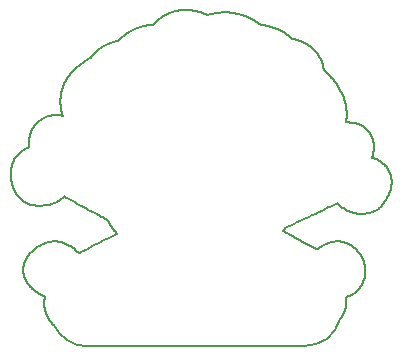
<source format=gbr>
G04 #@! TF.GenerationSoftware,KiCad,Pcbnew,(5.0.0-rc2-dev-321-g78161b592)*
G04 #@! TF.CreationDate,2018-07-11T23:16:50-06:00*
G04 #@! TF.ProjectId,dc801_sheep,64633830315F73686565702E6B696361,rev?*
G04 #@! TF.SameCoordinates,Original*
G04 #@! TF.FileFunction,Profile,NP*
%FSLAX46Y46*%
G04 Gerber Fmt 4.6, Leading zero omitted, Abs format (unit mm)*
G04 Created by KiCad (PCBNEW (5.0.0-rc2-dev-321-g78161b592)) date 07/11/18 23:16:50*
%MOMM*%
%LPD*%
G01*
G04 APERTURE LIST*
%ADD10C,0.200000*%
G04 APERTURE END LIST*
D10*
X157713272Y-90246040D02*
X157698286Y-90196602D01*
X157737990Y-90346120D02*
X157728258Y-90295477D01*
X156850362Y-88940607D02*
X156804283Y-88903314D01*
X157668313Y-90097728D02*
X157653413Y-90060263D01*
X156679226Y-88806679D02*
X156637541Y-88774467D01*
X156804283Y-88903314D02*
X156762598Y-88871102D01*
X157623613Y-89985332D02*
X157608713Y-89947867D01*
X156720912Y-88838890D02*
X156679226Y-88806679D01*
X156365034Y-88620041D02*
X156310946Y-88596872D01*
X156988596Y-89052486D02*
X156942518Y-89015193D01*
X157372207Y-89509737D02*
X157346197Y-89474338D01*
X157518452Y-89745295D02*
X157488393Y-89695255D01*
X157488393Y-89695255D02*
X157458335Y-89645215D01*
X156094077Y-88514362D02*
X156039731Y-88496276D01*
X157653413Y-90060263D02*
X157638513Y-90022797D01*
X156148423Y-88532449D02*
X156094077Y-88514362D01*
X156202770Y-88550536D02*
X156148423Y-88532449D01*
X156256858Y-88573704D02*
X156202770Y-88550536D01*
X156310946Y-88596872D02*
X156256858Y-88573704D01*
X157032090Y-89098478D02*
X156988596Y-89052486D01*
X157195474Y-89278226D02*
X157162573Y-89236454D01*
X157541017Y-89795938D02*
X157518452Y-89745295D01*
X157608713Y-89947867D02*
X157586148Y-89897224D01*
X156528331Y-88708838D02*
X156473726Y-88676023D01*
X156637541Y-88774467D02*
X156582936Y-88741653D01*
X156896440Y-88977900D02*
X156850362Y-88940607D01*
X157320186Y-89438940D02*
X157294176Y-89403541D01*
X157773216Y-90537753D02*
X157767188Y-90498048D01*
X157261275Y-89361770D02*
X157228375Y-89319998D01*
X157728258Y-90295477D02*
X157713272Y-90246040D01*
X157162573Y-89236454D02*
X157119079Y-89190462D01*
X157428276Y-89595175D02*
X157398218Y-89545135D01*
X156942518Y-89015193D02*
X156896440Y-88977900D01*
X157119079Y-89190462D02*
X157075585Y-89144470D01*
X157747723Y-90396763D02*
X157737990Y-90346120D01*
X156419122Y-88643209D02*
X156365034Y-88620041D01*
X156473726Y-88676023D02*
X156419122Y-88643209D01*
X157346197Y-89474338D02*
X157320186Y-89438940D01*
X157398218Y-89545135D02*
X157372207Y-89509737D01*
X157228375Y-89319998D02*
X157195474Y-89278226D01*
X157075585Y-89144470D02*
X157032090Y-89098478D01*
X156582936Y-88741653D02*
X156528331Y-88708838D01*
X157458335Y-89645215D02*
X157428276Y-89595175D01*
X156762598Y-88871102D02*
X156720912Y-88838890D01*
X157294176Y-89403541D02*
X157261275Y-89361770D01*
X157757455Y-90447405D02*
X157747723Y-90396763D01*
X157683300Y-90147165D02*
X157668313Y-90097728D01*
X157563582Y-89846581D02*
X157541017Y-89795938D01*
X157767188Y-90498048D02*
X157757455Y-90447405D01*
X157586148Y-89897224D02*
X157563582Y-89846581D01*
X157638513Y-90022797D02*
X157623613Y-89985332D01*
X157698286Y-90196602D02*
X157683300Y-90147165D01*
X157800605Y-91025837D02*
X157800605Y-90979673D01*
X156745803Y-92864829D02*
X156798082Y-92833479D01*
X156983514Y-92696191D02*
X157009267Y-92675693D01*
X157289094Y-92381654D02*
X157315536Y-92349787D01*
X157009267Y-92675693D02*
X157038205Y-92649597D01*
X157436458Y-92175638D02*
X157476766Y-92117588D01*
X156535997Y-92980067D02*
X156588965Y-92958880D01*
X157167396Y-92524281D02*
X157188584Y-92500768D01*
X157783552Y-91178627D02*
X157792078Y-91102232D01*
X157573401Y-91921131D02*
X157587009Y-91891762D01*
X157731617Y-91489805D02*
X157743244Y-91437009D01*
X157396151Y-92233687D02*
X157436458Y-92175638D01*
X157476766Y-92117588D02*
X157497523Y-92075816D01*
X157236212Y-92445389D02*
X157262653Y-92413521D01*
X157038205Y-92649597D02*
X157067144Y-92623500D01*
X157766499Y-91331417D02*
X157775025Y-91255022D01*
X157754871Y-91384213D02*
X157766499Y-91331417D01*
X157559793Y-91950501D02*
X157573401Y-91921131D01*
X157146209Y-92547794D02*
X157167396Y-92524281D01*
X156798082Y-92833479D02*
X156825126Y-92814531D01*
X157793629Y-90702945D02*
X157791303Y-90656867D01*
X157539036Y-91992272D02*
X157559793Y-91950501D01*
X156693524Y-92896179D02*
X156745803Y-92864829D01*
X156588965Y-92958880D02*
X156641244Y-92927530D01*
X157795954Y-90749024D02*
X157793629Y-90702945D01*
X157667108Y-91687812D02*
X157693549Y-91615207D01*
X157800605Y-90933508D02*
X157800605Y-90887344D01*
X156879214Y-92776634D02*
X156906258Y-92757686D01*
X157067144Y-92623500D02*
X157096083Y-92597403D01*
X157775025Y-91255022D02*
X157783552Y-91178627D01*
X157743244Y-91437009D02*
X157754871Y-91384213D01*
X157719990Y-91542601D02*
X157731617Y-91489805D01*
X157693549Y-91615207D02*
X157719990Y-91542601D01*
X157614225Y-91833023D02*
X157640666Y-91760417D01*
X157497523Y-92075816D02*
X157518279Y-92034044D01*
X157315536Y-92349787D02*
X157355843Y-92291737D01*
X156327999Y-93060166D02*
X156377092Y-93043629D01*
X157188584Y-92500768D02*
X157209771Y-92477256D01*
X157096083Y-92597403D02*
X157125022Y-92571307D01*
X156825126Y-92814531D02*
X156852170Y-92795582D01*
X156483028Y-93001255D02*
X156535997Y-92980067D01*
X156932010Y-92737188D02*
X156957762Y-92716690D01*
X157600617Y-91862392D02*
X157614225Y-91833023D01*
X157587009Y-91891762D02*
X157600617Y-91862392D01*
X157262653Y-92413521D02*
X157289094Y-92381654D01*
X156377092Y-93043629D02*
X156430060Y-93022442D01*
X156852170Y-92795582D02*
X156879214Y-92776634D01*
X157800605Y-90841180D02*
X157798280Y-90795102D01*
X157640666Y-91760417D02*
X157667108Y-91687812D01*
X157209771Y-92477256D02*
X157236212Y-92445389D01*
X156430060Y-93022442D02*
X156483028Y-93001255D01*
X157779245Y-90577458D02*
X157773216Y-90537753D01*
X157125022Y-92571307D02*
X157146209Y-92547794D01*
X157785274Y-90617162D02*
X157779245Y-90577458D01*
X157791303Y-90656867D02*
X157785274Y-90617162D01*
X157355843Y-92291737D02*
X157396151Y-92233687D01*
X157518279Y-92034044D02*
X157539036Y-91992272D01*
X156957762Y-92716690D02*
X156983514Y-92696191D01*
X157798280Y-90795102D02*
X157795954Y-90749024D01*
X157792078Y-91102232D02*
X157800605Y-91025837D01*
X156906258Y-92757686D02*
X156932010Y-92737188D01*
X156641244Y-92927530D02*
X156693524Y-92896179D01*
X157800605Y-90887344D02*
X157800605Y-90841180D01*
X157800605Y-90979673D02*
X157800605Y-90933508D01*
X155951019Y-94554820D02*
X155975738Y-94508828D01*
X155785913Y-94847137D02*
X155808651Y-94808552D01*
X155718745Y-94931143D02*
X155752329Y-94889140D01*
X156190367Y-93253780D02*
X156187956Y-93217779D01*
X156190367Y-93273676D02*
X156190367Y-93253780D01*
X156190367Y-93313466D02*
X156190367Y-93293571D01*
X156190367Y-93634635D02*
X156190367Y-93610348D01*
X155901582Y-94646805D02*
X155926301Y-94600813D01*
X156011050Y-94416672D02*
X156028706Y-94370594D01*
X155831388Y-94769967D02*
X155854126Y-94731382D01*
X156178999Y-93762965D02*
X156184683Y-93710944D01*
X155993394Y-94462750D02*
X156011050Y-94416672D01*
X143441329Y-97304394D02*
X148034787Y-97304394D01*
X152628246Y-97304394D02*
X153652431Y-97131881D01*
X156150404Y-93944263D02*
X156167630Y-93867007D01*
X156190367Y-93293571D02*
X156190367Y-93273676D01*
X156190367Y-93333362D02*
X156190367Y-93313466D01*
X156194329Y-93388483D02*
X156192348Y-93360923D01*
X155926301Y-94600813D02*
X155951019Y-94554820D01*
X156196310Y-93473147D02*
X156198291Y-93443605D01*
X156190367Y-93610348D02*
X156190367Y-93586060D01*
X156133179Y-94021520D02*
X156150404Y-93944263D01*
X156028706Y-94370594D02*
X156046362Y-94324516D01*
X155752329Y-94889140D02*
X155785913Y-94847137D01*
X156173314Y-93814986D02*
X156178999Y-93762965D01*
X155685160Y-94973147D02*
X155718745Y-94931143D01*
X155222244Y-95928388D02*
X155651576Y-95015150D01*
X131399331Y-95467685D02*
X131878451Y-96210548D01*
X154536479Y-96653589D02*
X155222244Y-95928388D01*
X153652431Y-97131881D02*
X154536479Y-96653589D01*
X156192348Y-93532230D02*
X156194329Y-93502688D01*
X156184683Y-93710944D02*
X156190367Y-93658923D01*
X155854126Y-94731382D02*
X155876864Y-94692797D01*
X132540430Y-96791263D02*
X133345630Y-97169367D01*
X138847870Y-97304394D02*
X143441329Y-97304394D01*
X156167630Y-93867007D02*
X156173314Y-93814986D01*
X155808651Y-94808552D02*
X155831388Y-94769967D01*
X156072545Y-94250274D02*
X156085636Y-94213153D01*
X131878451Y-96210548D02*
X132540430Y-96791263D01*
X155651576Y-95015150D02*
X155685160Y-94973147D01*
X156190367Y-93561772D02*
X156192348Y-93532230D01*
X156059454Y-94287395D02*
X156072545Y-94250274D01*
X156192348Y-93360923D02*
X156190367Y-93333362D01*
X156196310Y-93416044D02*
X156194329Y-93388483D01*
X156198291Y-93443605D02*
X156196310Y-93416044D01*
X156085636Y-94213153D02*
X156098728Y-94176032D01*
X156278906Y-93076702D02*
X156327999Y-93060166D01*
X156194329Y-93502688D02*
X156196310Y-93473147D01*
X156046362Y-94324516D02*
X156059454Y-94287395D01*
X155975738Y-94508828D02*
X155993394Y-94462750D01*
X155876864Y-94692797D02*
X155901582Y-94646805D01*
X133345630Y-97169367D02*
X134254411Y-97304394D01*
X148034787Y-97304394D02*
X152628246Y-97304394D01*
X156229814Y-93093239D02*
X156278906Y-93076702D01*
X156190367Y-93586060D02*
X156190367Y-93561772D01*
X134254411Y-97304394D02*
X138847870Y-97304394D01*
X156183133Y-93145776D02*
X156180721Y-93109775D01*
X156180721Y-93109775D02*
X156229814Y-93093239D01*
X156190367Y-93658923D02*
X156190367Y-93634635D01*
X156098728Y-94176032D02*
X156115953Y-94098776D01*
X131399019Y-95467405D02*
X131399331Y-95467685D01*
X156185544Y-93181778D02*
X156183133Y-93145776D01*
X156187956Y-93217779D02*
X156185544Y-93181778D01*
X156115953Y-94098776D02*
X156133179Y-94021520D01*
X130680986Y-93111842D02*
X130668626Y-93172131D01*
X130847211Y-94685390D02*
X130870294Y-94735430D01*
X130960211Y-94909838D02*
X130980924Y-94943427D01*
X131398707Y-95467125D02*
X131399019Y-95467405D01*
X130645889Y-93093497D02*
X130680986Y-93111842D01*
X131091770Y-95109050D02*
X131108005Y-95130668D01*
X131108005Y-95130668D02*
X131127039Y-95158315D01*
X130679608Y-94223747D02*
X130687704Y-94256303D01*
X131165108Y-95213609D02*
X131184142Y-95241256D01*
X130607777Y-93655134D02*
X130607777Y-93715940D01*
X130760610Y-94478339D02*
X130774089Y-94513996D01*
X130774089Y-94513996D02*
X130787568Y-94549653D01*
X130663416Y-94158635D02*
X130671512Y-94191191D01*
X131398394Y-95466845D02*
X131398707Y-95467125D01*
X130926793Y-94847654D02*
X130943502Y-94878746D01*
X131369488Y-95437626D02*
X131398082Y-95466565D01*
X130671512Y-94191191D02*
X130679608Y-94223747D01*
X131127039Y-95158315D02*
X131146073Y-95185962D01*
X130702561Y-94302898D02*
X130717417Y-94349493D01*
X131283705Y-95350810D02*
X131312299Y-95379749D01*
X130687704Y-94256303D02*
X130702561Y-94302898D01*
X130638008Y-94022209D02*
X130646664Y-94074144D01*
X130656267Y-93232421D02*
X130643908Y-93292710D01*
X130613720Y-93488391D02*
X130607777Y-93533522D01*
X130643908Y-93292710D02*
X130631548Y-93352999D01*
X131258814Y-95323421D02*
X131283705Y-95350810D01*
X131022351Y-95010607D02*
X131043065Y-95044196D01*
X131233923Y-95296033D02*
X131258814Y-95323421D01*
X131209033Y-95268644D02*
X131233923Y-95296033D01*
X131075535Y-95087432D02*
X131091770Y-95109050D01*
X130980924Y-94943427D02*
X131001638Y-94977017D01*
X130910084Y-94816562D02*
X130926793Y-94847654D01*
X131001638Y-94977017D02*
X131022351Y-95010607D01*
X130943502Y-94878746D02*
X130960211Y-94909838D01*
X130870294Y-94735430D02*
X130893376Y-94785470D01*
X130629352Y-93970274D02*
X130638008Y-94022209D01*
X130668626Y-93172131D02*
X130656267Y-93232421D01*
X130611007Y-93812144D02*
X130614237Y-93847542D01*
X131146073Y-95185962D02*
X131165108Y-95213609D01*
X130824129Y-94635350D02*
X130847211Y-94685390D01*
X131059300Y-95065814D02*
X131075535Y-95087432D01*
X130801047Y-94585310D02*
X130824129Y-94635350D01*
X130607777Y-93594328D02*
X130607777Y-93655134D01*
X130787568Y-94549653D02*
X130801047Y-94585310D01*
X130717417Y-94349493D02*
X130732274Y-94396088D01*
X130607777Y-93715940D02*
X130607777Y-93776746D01*
X130625606Y-93398130D02*
X130619663Y-93443260D01*
X130655320Y-94126078D02*
X130663416Y-94158635D01*
X130614237Y-93847542D02*
X130617467Y-93882941D01*
X130747131Y-94442683D02*
X130760610Y-94478339D01*
X130646664Y-94074144D02*
X130655320Y-94126078D01*
X130617467Y-93882941D02*
X130620696Y-93918339D01*
X131184142Y-95241256D02*
X131209033Y-95268644D01*
X131043065Y-95044196D02*
X131059300Y-95065814D01*
X130607777Y-93533522D02*
X130607777Y-93594328D01*
X130619663Y-93443260D02*
X130613720Y-93488391D01*
X131340894Y-95408687D02*
X131369488Y-95437626D01*
X130607777Y-93776746D02*
X130611007Y-93812144D01*
X130893376Y-94785470D02*
X130910084Y-94816562D01*
X130620696Y-93918339D02*
X130629352Y-93970274D01*
X130631548Y-93352999D02*
X130625606Y-93398130D01*
X131398082Y-95466565D02*
X131398394Y-95466845D01*
X131312299Y-95379749D02*
X131340894Y-95408687D01*
X130732274Y-94396088D02*
X130747131Y-94442683D01*
X128905340Y-91326852D02*
X128917613Y-91372069D01*
X129031646Y-91658184D02*
X129049991Y-91694788D01*
X129927888Y-92670870D02*
X129935811Y-92678794D01*
X129817817Y-92589049D02*
X129851062Y-92614370D01*
X129135344Y-91845770D02*
X129152224Y-91873158D01*
X129662917Y-92461667D02*
X129718081Y-92513085D01*
X129101840Y-91788581D02*
X129118592Y-91817175D01*
X129784572Y-92563728D02*
X129817817Y-92589049D01*
X129356476Y-92151264D02*
X129376328Y-92174776D01*
X129152224Y-91873158D02*
X129169105Y-91900547D01*
X128936949Y-91425296D02*
X128956285Y-91478522D01*
X128956285Y-91478522D02*
X128975620Y-91531749D01*
X129751327Y-92538406D02*
X129784572Y-92563728D01*
X130610792Y-93075152D02*
X130645889Y-93093497D01*
X130575695Y-93056807D02*
X130610792Y-93075152D01*
X130512262Y-93021753D02*
X130540598Y-93038462D01*
X130342849Y-92925463D02*
X130385052Y-92948545D01*
X130241994Y-92869652D02*
X130258445Y-92879298D01*
X129467149Y-92274253D02*
X129497423Y-92307412D01*
X130132397Y-92804195D02*
X130192643Y-92840713D01*
X129951659Y-92694641D02*
X130011905Y-92731159D01*
X130540598Y-93038462D02*
X130575695Y-93056807D01*
X130225544Y-92860006D02*
X130241994Y-92869652D01*
X130209094Y-92850360D02*
X130225544Y-92860006D01*
X130258445Y-92879298D02*
X130300647Y-92902380D01*
X129406602Y-92207935D02*
X129436875Y-92241094D01*
X130427254Y-92971627D02*
X130455590Y-92988336D01*
X129336623Y-92127751D02*
X129356476Y-92151264D01*
X129885513Y-92638658D02*
X129902739Y-92650802D01*
X130192643Y-92840713D02*
X130209094Y-92850360D01*
X130072151Y-92767677D02*
X130132397Y-92804195D01*
X129919964Y-92662946D02*
X129927888Y-92670870D01*
X129868288Y-92626514D02*
X129885513Y-92638658D01*
X129202867Y-91955324D02*
X129226380Y-91986674D01*
X129118592Y-91817175D02*
X129135344Y-91845770D01*
X129049991Y-91694788D02*
X129068336Y-91731392D01*
X129935811Y-92678794D02*
X129943735Y-92686717D01*
X129436875Y-92241094D02*
X129467149Y-92274253D01*
X129296918Y-92080725D02*
X129316771Y-92104238D01*
X129013301Y-91621580D02*
X129031646Y-91658184D01*
X129607752Y-92410249D02*
X129662917Y-92461667D01*
X129851062Y-92614370D02*
X129868288Y-92626514D01*
X129273406Y-92049375D02*
X129296918Y-92080725D01*
X129249893Y-92018024D02*
X129273406Y-92049375D01*
X129169105Y-91900547D02*
X129185986Y-91927935D01*
X130011905Y-92731159D02*
X130072151Y-92767677D01*
X129185986Y-91927935D02*
X129202867Y-91955324D01*
X128994956Y-91584976D02*
X129013301Y-91621580D01*
X129226380Y-91986674D02*
X129249893Y-92018024D01*
X129376328Y-92174776D02*
X129406602Y-92207935D01*
X128917613Y-91372069D02*
X128936949Y-91425296D01*
X128975620Y-91531749D02*
X128994956Y-91584976D01*
X129552588Y-92358831D02*
X129607752Y-92410249D01*
X130483926Y-93005044D02*
X130512262Y-93021753D01*
X129316771Y-92104238D02*
X129336623Y-92127751D01*
X130455590Y-92988336D02*
X130483926Y-93005044D01*
X130385052Y-92948545D02*
X130427254Y-92971627D01*
X130300647Y-92902380D02*
X130342849Y-92925463D01*
X129943735Y-92686717D02*
X129951659Y-92694641D01*
X129902739Y-92650802D02*
X129919964Y-92662946D01*
X129068336Y-91731392D02*
X129085088Y-91759987D01*
X129497423Y-92307412D02*
X129552588Y-92358831D01*
X129085088Y-91759987D02*
X129101840Y-91788581D01*
X129718081Y-92513085D02*
X129751327Y-92538406D01*
X129050422Y-89938565D02*
X129033756Y-89969140D01*
X129782505Y-89068678D02*
X129733111Y-89110192D01*
X128854310Y-90541973D02*
X128846515Y-90588740D01*
X129000425Y-90030290D02*
X128983759Y-90060866D01*
X129413793Y-89412757D02*
X129387697Y-89441093D01*
X129846540Y-89023031D02*
X129782505Y-89068678D01*
X129634323Y-89193218D02*
X129584928Y-89234732D01*
X129465987Y-89356085D02*
X129439890Y-89384421D01*
X129683717Y-89151705D02*
X129634323Y-89193218D01*
X129033756Y-89969140D02*
X129017091Y-89999715D01*
X128860899Y-91120405D02*
X128863439Y-91144004D01*
X128848539Y-91047886D02*
X128853449Y-91072346D01*
X129733111Y-89110192D02*
X129683717Y-89151705D01*
X128883722Y-90395557D02*
X128869899Y-90448439D01*
X128939834Y-90192899D02*
X128925193Y-90236910D01*
X129060886Y-89917894D02*
X129050422Y-89938565D01*
X129124664Y-89796627D02*
X129108472Y-89826255D01*
X129185943Y-89698528D02*
X129157048Y-89737371D01*
X130101822Y-88847761D02*
X130038648Y-88886088D01*
X129301397Y-89546771D02*
X129272631Y-89581997D01*
X129387697Y-89441093D02*
X129358930Y-89476319D01*
X128954476Y-90148888D02*
X128939834Y-90192899D01*
X129214839Y-89659684D02*
X129185943Y-89698528D01*
X129243735Y-89620841D02*
X129214839Y-89659684D01*
X129157048Y-89737371D02*
X129140856Y-89766999D01*
X128893067Y-91281635D02*
X128905340Y-91326852D01*
X128880794Y-91236418D02*
X128893067Y-91281635D01*
X128868521Y-91191202D02*
X128880794Y-91236418D01*
X129538506Y-89281241D02*
X129515294Y-89304495D01*
X129017091Y-89999715D02*
X129000425Y-90030290D01*
X128865980Y-91167603D02*
X128868521Y-91191202D01*
X129492083Y-89327749D02*
X129465987Y-89356085D01*
X129561717Y-89257986D02*
X129538506Y-89281241D01*
X128863439Y-91144004D02*
X128865980Y-91167603D01*
X128858358Y-91096806D02*
X128860899Y-91120405D01*
X128843630Y-91023425D02*
X128848539Y-91047886D01*
X128969118Y-90104877D02*
X128954476Y-90148888D01*
X128838721Y-90726372D02*
X128838721Y-90817236D01*
X128853449Y-91072346D02*
X128858358Y-91096806D01*
X128862104Y-90495206D02*
X128854310Y-90541973D01*
X129910576Y-88977383D02*
X129846540Y-89023031D01*
X129584928Y-89234732D02*
X129561717Y-89257986D01*
X129439890Y-89384421D02*
X129413793Y-89412757D01*
X128846515Y-90588740D02*
X128838721Y-90635508D01*
X129272631Y-89581997D02*
X129243735Y-89620841D01*
X129358930Y-89476319D02*
X129330164Y-89511545D01*
X128911369Y-90289792D02*
X128897546Y-90342675D01*
X129092280Y-89855883D02*
X129081815Y-89876553D01*
X128838721Y-90817236D02*
X128838721Y-90908101D01*
X128838721Y-90998965D02*
X128843630Y-91023425D01*
X129330164Y-89511545D02*
X129301397Y-89546771D01*
X128838721Y-90908101D02*
X128838721Y-90998965D01*
X129974612Y-88931736D02*
X129910576Y-88977383D01*
X128838721Y-90635508D02*
X128838721Y-90726372D01*
X128869899Y-90448439D02*
X128862104Y-90495206D01*
X128897546Y-90342675D02*
X128883722Y-90395557D01*
X129071351Y-89897224D02*
X129060886Y-89917894D01*
X129108472Y-89826255D02*
X129092280Y-89855883D01*
X128925193Y-90236910D02*
X128911369Y-90289792D01*
X128983759Y-90060866D02*
X128969118Y-90104877D01*
X129081815Y-89876553D02*
X129071351Y-89897224D01*
X129515294Y-89304495D02*
X129492083Y-89327749D01*
X130038648Y-88886088D02*
X129974612Y-88931736D01*
X129140856Y-89766999D02*
X129124664Y-89796627D01*
X160011323Y-83175842D02*
X160006500Y-83120549D01*
X160020969Y-83286430D02*
X160016146Y-83231136D01*
X160020797Y-83457134D02*
X160023294Y-83399429D01*
X160025792Y-83341724D02*
X160020969Y-83286430D01*
X160008911Y-83628270D02*
X160015801Y-83572545D01*
X160015801Y-83572545D02*
X160018299Y-83514840D01*
X160016146Y-83231136D02*
X160011323Y-83175842D01*
X160018299Y-83514840D02*
X160020797Y-83457134D01*
X160006500Y-83120549D02*
X160006500Y-83120549D01*
X160023294Y-83399429D02*
X160025792Y-83341724D01*
X159358133Y-85187089D02*
X159410757Y-85109015D01*
X159331778Y-85218956D02*
X159358133Y-85187089D01*
X159305423Y-85250823D02*
X159331778Y-85218956D01*
X157962180Y-86038286D02*
X158035216Y-86024936D01*
X159151944Y-85431476D02*
X159185533Y-85392503D01*
X159076754Y-85505804D02*
X159118354Y-85470448D01*
X158224696Y-85983724D02*
X158268104Y-85969212D01*
X157732048Y-86069034D02*
X157771322Y-86064684D01*
X158951956Y-85611869D02*
X158993555Y-85576514D01*
X158456465Y-85899621D02*
X158490313Y-85886099D01*
X158759892Y-85751094D02*
X158805884Y-85726591D01*
X158181288Y-85998237D02*
X158224696Y-85983724D01*
X158268104Y-85969212D02*
X158311513Y-85954699D01*
X159219123Y-85353530D02*
X159252713Y-85314558D01*
X157849870Y-86055985D02*
X157889144Y-86051636D01*
X159035155Y-85541159D02*
X159076754Y-85505804D01*
X158878920Y-85669230D02*
X158915438Y-85640550D01*
X158842402Y-85697911D02*
X158878920Y-85669230D01*
X158422617Y-85913143D02*
X158456465Y-85899621D01*
X157667366Y-86072522D02*
X157732048Y-86069034D01*
X159995131Y-83739718D02*
X160002021Y-83683994D01*
X158388769Y-85926665D02*
X158422617Y-85913143D01*
X159974374Y-83855344D02*
X159988241Y-83795443D01*
X159946641Y-83975148D02*
X159960508Y-83915246D01*
X159913310Y-84092755D02*
X159932775Y-84035049D01*
X158621916Y-85824604D02*
X158667908Y-85800101D01*
X159874380Y-84208165D02*
X159893845Y-84150460D01*
X159893845Y-84150460D02*
X159913310Y-84092755D01*
X159854915Y-84265871D02*
X159874380Y-84208165D01*
X159834762Y-84318882D02*
X159854915Y-84265871D01*
X159516004Y-84952866D02*
X159568628Y-84874791D01*
X159410757Y-85109015D02*
X159463380Y-85030940D01*
X159252713Y-85314558D02*
X159279068Y-85282691D01*
X158556114Y-85855352D02*
X158589015Y-85839978D01*
X158311513Y-85954699D02*
X158354921Y-85940187D01*
X158713900Y-85775598D02*
X158759892Y-85751094D01*
X159671464Y-84676354D02*
X159722882Y-84577135D01*
X159279068Y-85282691D02*
X159305423Y-85250823D01*
X157771322Y-86064684D02*
X157810596Y-86060335D01*
X159118354Y-85470448D02*
X159151944Y-85431476D01*
X158035216Y-86024936D02*
X158108252Y-86011587D01*
X158915438Y-85640550D02*
X158951956Y-85611869D01*
X158805884Y-85726591D02*
X158842402Y-85697911D01*
X158667908Y-85800101D02*
X158713900Y-85775598D01*
X158523214Y-85870725D02*
X158556114Y-85855352D01*
X157889144Y-86051636D02*
X157962180Y-86038286D01*
X158490313Y-85886099D02*
X158523214Y-85870725D01*
X159185533Y-85392503D02*
X159219123Y-85353530D01*
X158589015Y-85839978D02*
X158621916Y-85824604D01*
X157810596Y-86060335D02*
X157849870Y-86055985D01*
X159568628Y-84874791D02*
X159620046Y-84775572D01*
X160002021Y-83683994D02*
X160008911Y-83628270D01*
X159988241Y-83795443D02*
X159995131Y-83739718D01*
X159960508Y-83915246D02*
X159974374Y-83855344D01*
X159932775Y-84035049D02*
X159946641Y-83975148D01*
X158108252Y-86011587D02*
X158181288Y-85998237D01*
X158354921Y-85940187D02*
X158388769Y-85926665D01*
X159794454Y-84424905D02*
X159814608Y-84371893D01*
X159463380Y-85030940D02*
X159516004Y-84952866D01*
X158993555Y-85576514D02*
X159035155Y-85541159D01*
X159814608Y-84371893D02*
X159834762Y-84318882D01*
X159774300Y-84477916D02*
X159794454Y-84424905D01*
X159722882Y-84577135D02*
X159774300Y-84477916D01*
X159620046Y-84775572D02*
X159671464Y-84676354D01*
X157365576Y-86082986D02*
X157401491Y-86082986D01*
X157006769Y-86048234D02*
X157055948Y-86056373D01*
X153151449Y-86263208D02*
X153261692Y-86212263D01*
X157401491Y-86082986D02*
X157437406Y-86082986D01*
X157285822Y-86080402D02*
X157329660Y-86082986D01*
X155907783Y-85588916D02*
X155954723Y-85621171D01*
X156845969Y-86010639D02*
X156883176Y-86020458D01*
X152939231Y-86362426D02*
X153041206Y-86314152D01*
X157198144Y-86075235D02*
X157241983Y-86077819D01*
X153482178Y-86110375D02*
X153585100Y-86060895D01*
X157105126Y-86064512D02*
X157154305Y-86072651D01*
X153371935Y-86161319D02*
X153482178Y-86110375D01*
X155317552Y-85228990D02*
X155400407Y-85186917D01*
X155068989Y-85355210D02*
X155151843Y-85313137D01*
X154793037Y-85489181D02*
X154885021Y-85444524D01*
X157055948Y-86056373D02*
X157105126Y-86064512D01*
X156957590Y-86040095D02*
X157006769Y-86048234D01*
X155766965Y-85492152D02*
X155813905Y-85524407D01*
X153041206Y-86314152D02*
X153151449Y-86263208D01*
X156883176Y-86020458D02*
X156920383Y-86030276D01*
X155954723Y-85621171D02*
X156036974Y-85667981D01*
X156201478Y-85761602D02*
X156283729Y-85808412D01*
X154701053Y-85533838D02*
X154793037Y-85489181D01*
X153585100Y-86060895D02*
X153688022Y-86011414D01*
X156808762Y-86000821D02*
X156845969Y-86010639D01*
X156716261Y-85973346D02*
X156762512Y-85987083D01*
X156670011Y-85959609D02*
X156716261Y-85973346D01*
X155400407Y-85186917D02*
X155450533Y-85232521D01*
X154977005Y-85399867D02*
X155068989Y-85355210D01*
X156623760Y-85945871D02*
X156670011Y-85959609D01*
X155642425Y-85400039D02*
X155683938Y-85430743D01*
X156453745Y-85877142D02*
X156538753Y-85911507D01*
X155860844Y-85556662D02*
X155907783Y-85588916D01*
X156283729Y-85808412D02*
X156368737Y-85842777D01*
X156119226Y-85714792D02*
X156201478Y-85761602D01*
X156036974Y-85667981D02*
X156119226Y-85714792D01*
X155151843Y-85313137D02*
X155234698Y-85271063D01*
X154885021Y-85444524D02*
X154977005Y-85399867D01*
X153893867Y-85912454D02*
X154095663Y-85817800D01*
X155550785Y-85323730D02*
X155600912Y-85369335D01*
X155500659Y-85278126D02*
X155550785Y-85323730D01*
X153790944Y-85961934D02*
X153893867Y-85912454D01*
X155813905Y-85524407D02*
X155860844Y-85556662D01*
X155725452Y-85461448D02*
X155766965Y-85492152D01*
X155683938Y-85430743D02*
X155725452Y-85461448D01*
X154095663Y-85817800D02*
X154297460Y-85723146D01*
X157154305Y-86072651D02*
X157198144Y-86075235D01*
X157602684Y-86076010D02*
X157667366Y-86072522D01*
X156762512Y-85987083D02*
X156808762Y-86000821D01*
X153688022Y-86011414D02*
X153790944Y-85961934D01*
X155600912Y-85369335D02*
X155642425Y-85400039D01*
X153261692Y-86212263D02*
X153371935Y-86161319D01*
X157538003Y-86079498D02*
X157602684Y-86076010D01*
X157473321Y-86082986D02*
X157538003Y-86079498D01*
X155450533Y-85232521D02*
X155500659Y-85278126D01*
X157437406Y-86082986D02*
X157473321Y-86082986D01*
X156368737Y-85842777D02*
X156453745Y-85877142D01*
X157329660Y-86082986D02*
X157365576Y-86082986D01*
X157241983Y-86077819D02*
X157285822Y-86080402D01*
X154297460Y-85723146D02*
X154499256Y-85628492D01*
X155234698Y-85271063D02*
X155317552Y-85228990D01*
X156920383Y-86030276D02*
X156957590Y-86040095D01*
X156538753Y-85911507D02*
X156623760Y-85945871D01*
X154499256Y-85628492D02*
X154701053Y-85533838D01*
X151757994Y-88050308D02*
X151665062Y-87998976D01*
X152110858Y-88241425D02*
X152024213Y-88194830D01*
X151668507Y-86950806D02*
X151755754Y-86911446D01*
X151270427Y-87134602D02*
X151382220Y-87082064D01*
X151850925Y-88101640D02*
X151757994Y-88050308D01*
X153427056Y-88946377D02*
X153363322Y-88913907D01*
X151046840Y-87239677D02*
X151158633Y-87187139D01*
X150890691Y-87572689D02*
X150815674Y-87530788D01*
X153561587Y-89017346D02*
X153494322Y-88981862D01*
X152024213Y-88194830D02*
X151937569Y-88148235D01*
X151158633Y-87187139D02*
X151270427Y-87134602D01*
X151033318Y-87256601D02*
X151046840Y-87239677D01*
X151019796Y-87273525D02*
X151033318Y-87256601D01*
X150981125Y-87323091D02*
X150992752Y-87307373D01*
X151115742Y-87698391D02*
X151040725Y-87656490D01*
X151479199Y-87896312D02*
X151388335Y-87846832D01*
X152623488Y-88520477D02*
X152544078Y-88478189D01*
X152197502Y-88288020D02*
X152110858Y-88241425D01*
X152861716Y-88647343D02*
X152782307Y-88605054D01*
X153172119Y-88816497D02*
X153094518Y-88774209D01*
X153363322Y-88913907D02*
X153299588Y-88881437D01*
X151572131Y-87947644D02*
X151479199Y-87896312D01*
X152939317Y-88689632D02*
X152861716Y-88647343D01*
X153016918Y-88731920D02*
X152939317Y-88689632D01*
X152782307Y-88605054D02*
X152702897Y-88562766D01*
X152837256Y-86410701D02*
X152939231Y-86362426D01*
X152735281Y-86458975D02*
X152837256Y-86410701D01*
X152633306Y-86507250D02*
X152735281Y-86458975D01*
X153714291Y-89078755D02*
X153696118Y-89088315D01*
X151937569Y-88148235D02*
X151850925Y-88101640D01*
X152435730Y-86598459D02*
X152633306Y-86507250D01*
X153628853Y-89052831D02*
X153561587Y-89017346D01*
X152238154Y-86689668D02*
X152435730Y-86598459D01*
X152040578Y-86780876D02*
X152238154Y-86689668D01*
X151843001Y-86872085D02*
X152040578Y-86780876D01*
X150969497Y-87338810D02*
X150981125Y-87323091D01*
X151665062Y-87998976D02*
X151572131Y-87947644D01*
X150880958Y-87450517D02*
X150913601Y-87410381D01*
X151581260Y-86990166D02*
X151668507Y-86950806D01*
X151382220Y-87082064D02*
X151494013Y-87029526D01*
X151006274Y-87290449D02*
X151019796Y-87273525D01*
X150965708Y-87614590D02*
X150890691Y-87572689D01*
X153494322Y-88981862D02*
X153427056Y-88946377D01*
X150815674Y-87530788D02*
X150848316Y-87490652D01*
X153094518Y-88774209D02*
X153016918Y-88731920D01*
X153299588Y-88881437D02*
X153235853Y-88848967D01*
X151297471Y-87797352D02*
X151206606Y-87747872D01*
X152457434Y-88430647D02*
X152370790Y-88383104D01*
X150913601Y-87410381D02*
X150946243Y-87370246D01*
X150992752Y-87307373D02*
X151006274Y-87290449D01*
X153235853Y-88848967D02*
X153172119Y-88816497D01*
X150946243Y-87370246D02*
X150957870Y-87354528D01*
X151755754Y-86911446D02*
X151843001Y-86872085D01*
X150848316Y-87490652D02*
X150880958Y-87450517D01*
X151040725Y-87656490D02*
X150965708Y-87614590D01*
X151206606Y-87747872D02*
X151115742Y-87698391D01*
X152284146Y-88335562D02*
X152197502Y-88288020D01*
X152544078Y-88478189D02*
X152457434Y-88430647D01*
X150957870Y-87354528D02*
X150969497Y-87338810D01*
X151388335Y-87846832D02*
X151297471Y-87797352D01*
X152370790Y-88383104D02*
X152284146Y-88335562D01*
X153696118Y-89088315D02*
X153628853Y-89052831D01*
X151494013Y-87029526D02*
X151581260Y-86990166D01*
X152702897Y-88562766D02*
X152623488Y-88520477D01*
X155072089Y-88445805D02*
X155017657Y-88453384D01*
X153803605Y-89015279D02*
X153794906Y-89023978D01*
X154913873Y-88474012D02*
X154864522Y-88487060D01*
X154287727Y-88708580D02*
X154242338Y-88732265D01*
X154364208Y-88670339D02*
X154333116Y-88684895D01*
X155548546Y-88415316D02*
X155496181Y-88415316D01*
X155496181Y-88415316D02*
X155443815Y-88415316D01*
X153777509Y-89041376D02*
X153768810Y-89050075D01*
X153786207Y-89032677D02*
X153777509Y-89041376D01*
X153913504Y-88935353D02*
X153895848Y-88950081D01*
X154242338Y-88732265D02*
X154196949Y-88755950D01*
X155339084Y-88415316D02*
X155299552Y-88419149D01*
X154490040Y-88614012D02*
X154457484Y-88626672D01*
X154426392Y-88641228D02*
X154395300Y-88655784D01*
X153813424Y-89010025D02*
X153803605Y-89015279D01*
X153823242Y-89004772D02*
X153813424Y-89010025D01*
X153842879Y-88994264D02*
X153833061Y-88999518D01*
X155443815Y-88415316D02*
X155391450Y-88415316D01*
X153860535Y-88979536D02*
X153842879Y-88994264D01*
X153878192Y-88964809D02*
X153860535Y-88979536D01*
X153895848Y-88950081D02*
X153878192Y-88964809D01*
X153945802Y-88914682D02*
X153913504Y-88935353D01*
X153978099Y-88894012D02*
X153945802Y-88914682D01*
X154010397Y-88873341D02*
X153978099Y-88894012D01*
X154042695Y-88852671D02*
X154010397Y-88873341D01*
X154721293Y-88528875D02*
X154676765Y-88544593D01*
X155758008Y-88434608D02*
X155705642Y-88429785D01*
X155985384Y-88478189D02*
X155928540Y-88467294D01*
X154124344Y-88797894D02*
X154097127Y-88816153D01*
X155126522Y-88438226D02*
X155072089Y-88445805D01*
X155871696Y-88456399D02*
X155814852Y-88445503D01*
X154333116Y-88684895D02*
X154287727Y-88708580D01*
X155814852Y-88445503D02*
X155758008Y-88434608D01*
X154632237Y-88560311D02*
X154587709Y-88576030D01*
X154522597Y-88601351D02*
X154490040Y-88614012D01*
X154815171Y-88500108D02*
X154765820Y-88513157D01*
X155600912Y-88420139D02*
X155548546Y-88415316D01*
X154069911Y-88834412D02*
X154042695Y-88852671D01*
X154676765Y-88544593D02*
X154632237Y-88560311D01*
X154097127Y-88816153D02*
X154069911Y-88834412D01*
X154151560Y-88779635D02*
X154124344Y-88797894D01*
X154196949Y-88755950D02*
X154151560Y-88779635D01*
X155391450Y-88415316D02*
X155339084Y-88415316D01*
X154864522Y-88487060D02*
X154815171Y-88500108D01*
X154457484Y-88626672D02*
X154426392Y-88641228D01*
X154587709Y-88576030D02*
X154555153Y-88588690D01*
X154963224Y-88460963D02*
X154913873Y-88474012D01*
X155180954Y-88430647D02*
X155126522Y-88438226D01*
X155653277Y-88424962D02*
X155600912Y-88420139D01*
X155220487Y-88426814D02*
X155180954Y-88430647D01*
X156039731Y-88496276D02*
X155985384Y-88478189D01*
X155260019Y-88422981D02*
X155220487Y-88426814D01*
X155299552Y-88419149D02*
X155260019Y-88422981D01*
X155705642Y-88429785D02*
X155653277Y-88424962D01*
X154555153Y-88588690D02*
X154522597Y-88601351D01*
X155928540Y-88467294D02*
X155871696Y-88456399D01*
X153732464Y-89069195D02*
X153714291Y-89078755D01*
X153750637Y-89059635D02*
X153732464Y-89069195D01*
X155017657Y-88453384D02*
X154963224Y-88460963D01*
X153768810Y-89050075D02*
X153750637Y-89059635D01*
X154765820Y-88513157D02*
X154721293Y-88528875D01*
X153833061Y-88999518D02*
X153823242Y-89004772D01*
X154395300Y-88655784D02*
X154364208Y-88670339D01*
X153794906Y-89023978D02*
X153786207Y-89032677D01*
X133176441Y-73853931D02*
X133136607Y-73893334D01*
X132560802Y-74574214D02*
X132523767Y-74631489D01*
X132449698Y-74746038D02*
X132419252Y-74804949D01*
X133017105Y-74011544D02*
X132984290Y-74048363D01*
X132113198Y-75581818D02*
X132097566Y-75644605D01*
X132831070Y-74224192D02*
X132812811Y-74245983D01*
X132812811Y-74245983D02*
X132783312Y-74279400D01*
X131987667Y-76337758D02*
X131982370Y-76392277D01*
X132069962Y-75762298D02*
X132057990Y-75817205D01*
X131982629Y-76518109D02*
X131982758Y-76581025D01*
X131982500Y-76455193D02*
X131982629Y-76518109D01*
X132724315Y-74346235D02*
X132694816Y-74379652D01*
X132187181Y-75335408D02*
X132165822Y-75395826D01*
X132144462Y-75456245D02*
X132128830Y-75519032D01*
X133096773Y-73932737D02*
X133056939Y-73972141D01*
X131982370Y-76392277D02*
X131982500Y-76455193D01*
X132783312Y-74279400D02*
X132753813Y-74312817D01*
X131992964Y-76283240D02*
X131987667Y-76337758D01*
X131998261Y-76228721D02*
X131992964Y-76283240D01*
X132003558Y-76174203D02*
X131998261Y-76228721D01*
X132011180Y-76112406D02*
X132003558Y-76174203D01*
X132034047Y-75927017D02*
X132026425Y-75988813D01*
X132097566Y-75644605D02*
X132081934Y-75707392D01*
X132208541Y-75274990D02*
X132187181Y-75335408D01*
X132918661Y-74122002D02*
X132885847Y-74158822D01*
X132327913Y-74981683D02*
X132303410Y-75039905D01*
X132597837Y-74516939D02*
X132560802Y-74574214D01*
X132951476Y-74085183D02*
X132918661Y-74122002D01*
X132984290Y-74048363D02*
X132951476Y-74085183D01*
X133136607Y-73893334D02*
X133096773Y-73932737D01*
X132278907Y-75098127D02*
X132254404Y-75156349D01*
X132388806Y-74863860D02*
X132358360Y-74922772D01*
X132849329Y-74202402D02*
X132831070Y-74224192D01*
X133056939Y-73972141D02*
X133017105Y-74011544D01*
X132018802Y-76050610D02*
X132011180Y-76112406D01*
X132303410Y-75039905D02*
X132278907Y-75098127D01*
X132026425Y-75988813D02*
X132018802Y-76050610D01*
X132057990Y-75817205D02*
X132046019Y-75872111D01*
X132419252Y-74804949D02*
X132388806Y-74863860D01*
X132753813Y-74312817D02*
X132724315Y-74346235D01*
X132046019Y-75872111D02*
X132034047Y-75927017D01*
X132165822Y-75395826D02*
X132144462Y-75456245D01*
X132254404Y-75156349D02*
X132229901Y-75214571D01*
X132486732Y-74688764D02*
X132449698Y-74746038D01*
X132867588Y-74180612D02*
X132849329Y-74202402D01*
X132622082Y-74482618D02*
X132597837Y-74516939D01*
X132670571Y-74413974D02*
X132646326Y-74448296D01*
X132646326Y-74448296D02*
X132622082Y-74482618D01*
X132694816Y-74379652D02*
X132670571Y-74413974D01*
X132885847Y-74158822D02*
X132867588Y-74180612D01*
X132229901Y-75214571D02*
X132208541Y-75274990D01*
X131984265Y-76685024D02*
X131985643Y-76726107D01*
X131982887Y-76643941D02*
X131984265Y-76685024D01*
X132523767Y-74631489D02*
X132486732Y-74688764D01*
X131982758Y-76581025D02*
X131982887Y-76643941D01*
X132358360Y-74922772D02*
X132327913Y-74981683D01*
X132128830Y-75519032D02*
X132113198Y-75581818D01*
X132081934Y-75707392D02*
X132069962Y-75762298D01*
X129334815Y-80428551D02*
X129307857Y-80439661D01*
X130024221Y-78347283D02*
X130000493Y-78370623D01*
X129807396Y-78580300D02*
X129774581Y-78621168D01*
X129482652Y-79166268D02*
X129466159Y-79215705D01*
X129774581Y-78621168D02*
X129741766Y-78662035D01*
X129423569Y-79356696D02*
X129413966Y-79398812D01*
X130179983Y-78204053D02*
X130135971Y-78244016D01*
X129583550Y-78916154D02*
X129562449Y-78966323D01*
X129326202Y-80166336D02*
X129326202Y-80208754D01*
X129365304Y-79641820D02*
X129355485Y-79694746D01*
X129433172Y-79314579D02*
X129423569Y-79356696D01*
X130422517Y-78035502D02*
X130399650Y-78048894D01*
X129413966Y-79398812D02*
X129404362Y-79440928D01*
X129520247Y-79066662D02*
X129499146Y-79116831D01*
X129741766Y-78662035D02*
X129708952Y-78702903D01*
X129330508Y-80318652D02*
X129332661Y-80373602D01*
X129328355Y-80263703D02*
X129330508Y-80318652D01*
X129375122Y-79588895D02*
X129365304Y-79641820D01*
X129614901Y-78862841D02*
X129583550Y-78916154D01*
X130000493Y-78370623D02*
X129976765Y-78393964D01*
X129027383Y-80567948D02*
X128986085Y-80589868D01*
X129384941Y-79535970D02*
X129375122Y-79588895D01*
X130047949Y-78323942D02*
X130024221Y-78347283D01*
X130135971Y-78244016D02*
X130091960Y-78283979D01*
X130300389Y-78113188D02*
X130262191Y-78138639D01*
X129326202Y-80039083D02*
X129326202Y-80081501D01*
X129068681Y-80546029D02*
X129027383Y-80567948D01*
X129924830Y-78447836D02*
X129896623Y-78478369D01*
X129708952Y-78702903D02*
X129677602Y-78756215D01*
X129147832Y-80509511D02*
X129108256Y-80527770D01*
X129226983Y-80472993D02*
X129187408Y-80491252D01*
X129332661Y-80373602D02*
X129334815Y-80428551D01*
X129340843Y-79866914D02*
X129333523Y-79952999D01*
X129404362Y-79440928D02*
X129394759Y-79483045D01*
X130223994Y-78164090D02*
X130179983Y-78204053D01*
X129326202Y-80123918D02*
X129326202Y-80166336D01*
X129326202Y-80208754D02*
X129328355Y-80263703D01*
X129562449Y-78966323D02*
X129541348Y-79016492D01*
X129677602Y-78756215D02*
X129646251Y-78809528D01*
X129976765Y-78393964D02*
X129953037Y-78417304D01*
X129466159Y-79215705D02*
X129449665Y-79265142D01*
X129868417Y-78508901D02*
X129840210Y-78539433D01*
X129326202Y-80081501D02*
X129326202Y-80123918D01*
X129348164Y-79780830D02*
X129340843Y-79866914D01*
X129355485Y-79694746D02*
X129348164Y-79780830D01*
X129499146Y-79116831D02*
X129482652Y-79166268D01*
X129953037Y-78417304D02*
X129924830Y-78447836D01*
X130376784Y-78062287D02*
X130338586Y-78087738D01*
X129333523Y-79952999D02*
X129326202Y-80039083D01*
X129541348Y-79016492D02*
X129520247Y-79066662D01*
X130338586Y-78087738D02*
X130300389Y-78113188D01*
X130399650Y-78048894D02*
X130376784Y-78062287D01*
X129646251Y-78809528D02*
X129614901Y-78862841D01*
X129108256Y-80527770D02*
X129068681Y-80546029D01*
X129187408Y-80491252D02*
X129147832Y-80509511D01*
X129449665Y-79265142D02*
X129433172Y-79314579D01*
X129394759Y-79483045D02*
X129384941Y-79535970D01*
X129840210Y-78539433D02*
X129807396Y-78580300D01*
X129253941Y-80461882D02*
X129226983Y-80472993D01*
X129307857Y-80439661D02*
X129280899Y-80450772D01*
X129896623Y-78478369D02*
X129868417Y-78508901D01*
X130091960Y-78283979D02*
X130047949Y-78323942D01*
X130262191Y-78138639D02*
X130223994Y-78164090D01*
X129280899Y-80450772D02*
X129253941Y-80461882D01*
X131887114Y-77733453D02*
X131847883Y-77731515D01*
X131988399Y-76808272D02*
X131992275Y-76866624D01*
X131309716Y-77741721D02*
X131269839Y-77746113D01*
X131769420Y-77727639D02*
X131730189Y-77725701D01*
X132065699Y-77403843D02*
X132077111Y-77462496D01*
X131987021Y-76767190D02*
X131988399Y-76808272D01*
X132000027Y-76983326D02*
X132003902Y-77041678D01*
X132042875Y-77286538D02*
X132054287Y-77345191D01*
X131996151Y-76924975D02*
X132000027Y-76983326D01*
X131847883Y-77731515D02*
X131808651Y-77729577D01*
X130696661Y-77894855D02*
X130652736Y-77913717D01*
X130740586Y-77875994D02*
X130696661Y-77894855D01*
X131992275Y-76866624D02*
X131996151Y-76924975D01*
X130923606Y-77818719D02*
X130854059Y-77837925D01*
X131429174Y-77730869D02*
X131389469Y-77732936D01*
X131593764Y-77724926D02*
X131548288Y-77724668D01*
X132121122Y-77756707D02*
X132093690Y-77753090D01*
X131931900Y-77737458D02*
X131887114Y-77733453D01*
X132166898Y-77740085D02*
X132175985Y-77763942D01*
X132124007Y-77617009D02*
X132139639Y-77668513D01*
X132077111Y-77462496D02*
X132092743Y-77514000D01*
X131639239Y-77725185D02*
X131593764Y-77724926D01*
X132157812Y-77716227D02*
X132166898Y-77740085D01*
X132148725Y-77692370D02*
X132157812Y-77716227D01*
X132175985Y-77763942D02*
X132148553Y-77760325D01*
X130445384Y-78022109D02*
X130422517Y-78035502D01*
X130468251Y-78008716D02*
X130445384Y-78022109D01*
X130503391Y-77989682D02*
X130468251Y-78008716D01*
X132017683Y-77134781D02*
X132024573Y-77181333D01*
X131808651Y-77729577D02*
X131769420Y-77727639D01*
X130538531Y-77970648D02*
X130503391Y-77989682D01*
X132031463Y-77227885D02*
X132042875Y-77286538D01*
X132010792Y-77088229D02*
X132017683Y-77134781D01*
X130573671Y-77951613D02*
X130538531Y-77970648D01*
X130608811Y-77932579D02*
X130573671Y-77951613D01*
X130993154Y-77799512D02*
X130923606Y-77818719D01*
X131684714Y-77725443D02*
X131639239Y-77725185D01*
X131188147Y-77757956D02*
X131146332Y-77765406D01*
X130784511Y-77857132D02*
X130740586Y-77875994D01*
X131349593Y-77737329D02*
X131309716Y-77741721D01*
X131985643Y-76726107D02*
X131987021Y-76767190D01*
X132003902Y-77041678D02*
X132010792Y-77088229D01*
X132054287Y-77345191D02*
X132065699Y-77403843D01*
X131269839Y-77746113D02*
X131229962Y-77750506D01*
X132139639Y-77668513D02*
X132148725Y-77692370D01*
X132092743Y-77514000D02*
X132108375Y-77565504D01*
X131508584Y-77726735D02*
X131468879Y-77728802D01*
X132066258Y-77749472D02*
X132021472Y-77745468D01*
X131146332Y-77765406D02*
X131104517Y-77772856D01*
X130854059Y-77837925D02*
X130784511Y-77857132D01*
X132108375Y-77565504D02*
X132124007Y-77617009D01*
X131104517Y-77772856D02*
X131062702Y-77780306D01*
X130652736Y-77913717D02*
X130608811Y-77932579D01*
X131229962Y-77750506D02*
X131188147Y-77757956D01*
X131389469Y-77732936D02*
X131349593Y-77737329D01*
X131468879Y-77728802D02*
X131429174Y-77730869D01*
X131976686Y-77741463D02*
X131931900Y-77737458D01*
X132093690Y-77753090D02*
X132066258Y-77749472D01*
X131062702Y-77780306D02*
X130993154Y-77799512D01*
X131548288Y-77724668D02*
X131508584Y-77726735D01*
X132021472Y-77745468D02*
X131976686Y-77741463D01*
X132024573Y-77181333D02*
X132031463Y-77227885D01*
X131730189Y-77725701D02*
X131684714Y-77725443D01*
X132148553Y-77760325D02*
X132121122Y-77756707D01*
X152605057Y-71590245D02*
X152564749Y-71570048D01*
X151938344Y-71339614D02*
X151853509Y-71317135D01*
X152067105Y-71377854D02*
X152023180Y-71362093D01*
X152443051Y-71518673D02*
X152361661Y-71487495D01*
X152645364Y-71610442D02*
X152605057Y-71590245D01*
X152524441Y-71549851D02*
X152443051Y-71518673D01*
X152976868Y-71796175D02*
X152935613Y-71770165D01*
X153325168Y-72056840D02*
X153291664Y-72027513D01*
X152564749Y-71570048D02*
X152524441Y-71549851D01*
X152769388Y-71674391D02*
X152727530Y-71652515D01*
X151667388Y-71268473D02*
X151650937Y-71264769D01*
X152853103Y-71718144D02*
X152811245Y-71696267D01*
X152894358Y-71744154D02*
X152853103Y-71718144D01*
X151853509Y-71317135D02*
X151768673Y-71294655D01*
X151634487Y-71261066D02*
X151618037Y-71257362D01*
X151449399Y-71108663D02*
X151423389Y-71086744D01*
X151650937Y-71264769D02*
X151634487Y-71261066D01*
X152811245Y-71696267D02*
X152769388Y-71674391D01*
X153018123Y-71822186D02*
X152976868Y-71796175D01*
X152198880Y-71425138D02*
X152154955Y-71409377D01*
X151768673Y-71294655D02*
X151683838Y-71272176D01*
X152111030Y-71393616D02*
X152067105Y-71377854D01*
X152280270Y-71456317D02*
X152198880Y-71425138D01*
X153217078Y-71969808D02*
X153179785Y-71940955D01*
X152023180Y-71362093D02*
X151938344Y-71339614D01*
X152361661Y-71487495D02*
X152280270Y-71456317D01*
X153080307Y-71867144D02*
X153049215Y-71844665D01*
X152685672Y-71630638D02*
X152645364Y-71610442D01*
X153111399Y-71889623D02*
X153080307Y-71867144D01*
X153142491Y-71912103D02*
X153111399Y-71889623D01*
X153291664Y-72027513D02*
X153254371Y-71998661D01*
X151423389Y-71086744D02*
X151397378Y-71064825D01*
X153254371Y-71998661D02*
X153217078Y-71969808D01*
X153179785Y-71940955D02*
X153142491Y-71912103D01*
X151683838Y-71272176D02*
X151667388Y-71268473D01*
X152727530Y-71652515D02*
X152685672Y-71630638D01*
X152935613Y-71770165D02*
X152894358Y-71744154D01*
X153049215Y-71844665D02*
X153018123Y-71822186D01*
X151475410Y-71130583D02*
X151449399Y-71108663D01*
X151511066Y-71162278D02*
X151475410Y-71130583D01*
X151546723Y-71193973D02*
X151511066Y-71162278D01*
X152154955Y-71409377D02*
X152111030Y-71393616D01*
X151582380Y-71225667D02*
X151546723Y-71193973D01*
X151618037Y-71257362D02*
X151582380Y-71225667D01*
X151107646Y-70845759D02*
X151066563Y-70816605D01*
X151280590Y-70973486D02*
X151235200Y-70938777D01*
X149825553Y-70258328D02*
X149751828Y-70237872D01*
X151148729Y-70874914D02*
X151107646Y-70845759D01*
X149082188Y-70115787D02*
X149012855Y-70108251D01*
X149151521Y-70123323D02*
X149082188Y-70115787D01*
X149525830Y-70182320D02*
X149447282Y-70167679D01*
X150616547Y-70553702D02*
X150554794Y-70526830D01*
X151235200Y-70938777D02*
X151189811Y-70904068D01*
X149220853Y-70130859D02*
X149151521Y-70123323D01*
X149604378Y-70196962D02*
X149525830Y-70182320D01*
X149447282Y-70167679D02*
X149368734Y-70153037D01*
X149960171Y-70298032D02*
X149899279Y-70278783D01*
X150142847Y-70355781D02*
X150081955Y-70336531D01*
X150766151Y-70636255D02*
X150716283Y-70608737D01*
X151325979Y-71008196D02*
X151280590Y-70973486D01*
X151025480Y-70787451D02*
X150973115Y-70756532D01*
X150973115Y-70756532D02*
X150920749Y-70725612D01*
X148833366Y-69982505D02*
X148784015Y-69949260D01*
X151189811Y-70904068D02*
X151148729Y-70874914D01*
X148734664Y-69916014D02*
X148685313Y-69882769D01*
X148784015Y-69949260D02*
X148734664Y-69916014D01*
X148923111Y-70045378D02*
X148878238Y-70013941D01*
X149368734Y-70153037D02*
X149290186Y-70138395D01*
X150199519Y-70378389D02*
X150142847Y-70355781D01*
X151066563Y-70816605D02*
X151025480Y-70787451D01*
X150431287Y-70473086D02*
X150369534Y-70446215D01*
X148878238Y-70013941D02*
X148833366Y-69982505D01*
X149751828Y-70237872D02*
X149678103Y-70217417D01*
X148967983Y-70076814D02*
X148923111Y-70045378D01*
X150666415Y-70581219D02*
X150616547Y-70553702D01*
X149012855Y-70108251D02*
X148967983Y-70076814D01*
X149899279Y-70278783D02*
X149825553Y-70258328D01*
X150554794Y-70526830D02*
X150493041Y-70499958D01*
X150868384Y-70694692D02*
X150816018Y-70663772D01*
X150021063Y-70317282D02*
X149960171Y-70298032D01*
X150369534Y-70446215D02*
X150312862Y-70423606D01*
X150081955Y-70336531D02*
X150021063Y-70317282D01*
X150312862Y-70423606D02*
X150256190Y-70400998D01*
X149290186Y-70138395D02*
X149220853Y-70130859D01*
X149678103Y-70217417D02*
X149604378Y-70196962D01*
X150716283Y-70608737D02*
X150666415Y-70581219D01*
X150816018Y-70663772D02*
X150766151Y-70636255D01*
X150493041Y-70499958D02*
X150431287Y-70473086D01*
X151371368Y-71042905D02*
X151325979Y-71008196D01*
X148581788Y-69815418D02*
X148527614Y-69781311D01*
X150256190Y-70400998D02*
X150199519Y-70378389D01*
X150920749Y-70725612D02*
X150868384Y-70694692D01*
X151397378Y-71064825D02*
X151371368Y-71042905D01*
X148635962Y-69849524D02*
X148581788Y-69815418D01*
X148685313Y-69882769D02*
X148635962Y-69849524D01*
X128009314Y-81632095D02*
X127988428Y-81680369D01*
X127946656Y-81776918D02*
X127925770Y-81825193D01*
X128633608Y-80830852D02*
X128598598Y-80858843D01*
X128944787Y-80611787D02*
X128903489Y-80633706D01*
X128986085Y-80589868D02*
X128944787Y-80611787D01*
X127837921Y-83282382D02*
X127847997Y-83340733D01*
X127988428Y-81680369D02*
X127967542Y-81728644D01*
X128703630Y-80774869D02*
X128668619Y-80802861D01*
X127827844Y-83224031D02*
X127837921Y-83282382D01*
X127817767Y-83165679D02*
X127827844Y-83224031D01*
X127787708Y-82829094D02*
X127791369Y-82883182D01*
X127823322Y-82221508D02*
X127813805Y-82276328D01*
X127870348Y-81999084D02*
X127851873Y-82057048D01*
X128210680Y-81286724D02*
X128153147Y-81368287D01*
X127888822Y-81941120D02*
X127870348Y-81999084D01*
X128030889Y-81586534D02*
X128009314Y-81632095D01*
X128366398Y-81083119D02*
X128325746Y-81123599D01*
X128515915Y-80935970D02*
X128488355Y-80961679D01*
X128598598Y-80858843D02*
X128571037Y-80884552D01*
X128407050Y-81042639D02*
X128366398Y-81083119D01*
X128447702Y-81002159D02*
X128407050Y-81042639D01*
X127784048Y-82775006D02*
X127787708Y-82829094D01*
X128325746Y-81123599D02*
X128268213Y-81205162D01*
X127787235Y-82540438D02*
X127784952Y-82600598D01*
X127812082Y-83108577D02*
X127817767Y-83165679D01*
X127967542Y-81728644D02*
X127946656Y-81776918D01*
X127795029Y-82937270D02*
X127800714Y-82994372D01*
X127907296Y-81883156D02*
X127888822Y-81941120D01*
X128738641Y-80746878D02*
X128703630Y-80774869D01*
X127791369Y-82883182D02*
X127795029Y-82937270D01*
X128903489Y-80633706D02*
X128862277Y-80661999D01*
X127795589Y-82429290D02*
X127789517Y-82480278D01*
X127784952Y-82600598D02*
X127782670Y-82660758D01*
X127807733Y-82327315D02*
X127801661Y-82378303D01*
X127780387Y-82720918D02*
X127784048Y-82775006D01*
X127782670Y-82660758D02*
X127780387Y-82720918D01*
X127842356Y-82111868D02*
X127832839Y-82166688D01*
X127789517Y-82480278D02*
X127787235Y-82540438D01*
X128668619Y-80802861D02*
X128633608Y-80830852D01*
X128488355Y-80961679D02*
X128447702Y-81002159D01*
X128571037Y-80884552D02*
X128543476Y-80910261D01*
X128095614Y-81449850D02*
X128074039Y-81495411D01*
X127813805Y-82276328D02*
X127807733Y-82327315D01*
X127832839Y-82166688D02*
X127823322Y-82221508D01*
X128543476Y-80910261D02*
X128515915Y-80935970D01*
X127806398Y-83051474D02*
X127812082Y-83108577D01*
X127800714Y-82994372D02*
X127806398Y-83051474D01*
X127851873Y-82057048D02*
X127842356Y-82111868D01*
X128052464Y-81540972D02*
X128030889Y-81586534D01*
X128821065Y-80690292D02*
X128779853Y-80718585D01*
X128153147Y-81368287D02*
X128095614Y-81449850D01*
X127801661Y-82378303D02*
X127795589Y-82429290D01*
X128862277Y-80661999D02*
X128821065Y-80690292D01*
X128074039Y-81495411D02*
X128052464Y-81540972D01*
X128779853Y-80718585D02*
X128738641Y-80746878D01*
X127925770Y-81825193D02*
X127907296Y-81883156D01*
X128268213Y-81205162D02*
X128210680Y-81286724D01*
X132936490Y-88842335D02*
X132935198Y-88842335D01*
X132922925Y-88834067D02*
X132920125Y-88831311D01*
X132816428Y-88824938D02*
X132806610Y-88818564D01*
X131005729Y-88464968D02*
X130943933Y-88480514D01*
X131135006Y-88439518D02*
X131067525Y-88449422D01*
X132627637Y-88711077D02*
X132583324Y-88688943D01*
X132583324Y-88688943D02*
X132539012Y-88666808D01*
X130291345Y-88732781D02*
X130228171Y-88771108D01*
X130943933Y-88480514D02*
X130882136Y-88496060D01*
X132450387Y-88622538D02*
X132404782Y-88604279D01*
X132933906Y-88842335D02*
X132932614Y-88842335D01*
X132932614Y-88842335D02*
X132931322Y-88842335D01*
X131406652Y-88409804D02*
X131337449Y-88409804D01*
X131269968Y-88419708D02*
X131202487Y-88429613D01*
X132849716Y-88831311D02*
X132826247Y-88831311D01*
X130356974Y-88701000D02*
X130291345Y-88732781D01*
X130488233Y-88637438D02*
X130422603Y-88669219D01*
X132539012Y-88666808D02*
X132494699Y-88644673D01*
X130553862Y-88605657D02*
X130488233Y-88637438D01*
X130620481Y-88582145D02*
X130553862Y-88605657D01*
X130687101Y-88558632D02*
X130620481Y-88582145D01*
X130753720Y-88535119D02*
X130687101Y-88558632D01*
X130820340Y-88511606D02*
X130753720Y-88535119D01*
X130882136Y-88496060D02*
X130820340Y-88511606D01*
X131067525Y-88449422D02*
X131005729Y-88464968D01*
X131475855Y-88409804D02*
X131406652Y-88409804D01*
X132786972Y-88805817D02*
X132747139Y-88782132D01*
X131793192Y-88431766D02*
X131733548Y-88424445D01*
X131673905Y-88417125D02*
X131614262Y-88409804D01*
X132218187Y-88533741D02*
X132168406Y-88517980D01*
X132806610Y-88818564D02*
X132796791Y-88812191D01*
X132873186Y-88831311D02*
X132849716Y-88831311D01*
X132796791Y-88812191D02*
X132786972Y-88805817D01*
X131906837Y-88450930D02*
X131852835Y-88439087D01*
X132667471Y-88734762D02*
X132627637Y-88711077D01*
X132920125Y-88831311D02*
X132896656Y-88831311D01*
X132826247Y-88831311D02*
X132816428Y-88824938D01*
X131337449Y-88409804D02*
X131269968Y-88419708D01*
X131733548Y-88424445D02*
X131673905Y-88417125D01*
X132925724Y-88836823D02*
X132922925Y-88834067D01*
X131614262Y-88409804D02*
X131545059Y-88409804D01*
X131960839Y-88462772D02*
X131906837Y-88450930D01*
X132494699Y-88644673D02*
X132450387Y-88622538D01*
X132068842Y-88486457D02*
X132014840Y-88474615D01*
X132267969Y-88549502D02*
X132218187Y-88533741D01*
X132939203Y-88845005D02*
X132936490Y-88842335D01*
X132313573Y-88567761D02*
X132267969Y-88549502D01*
X132928523Y-88839579D02*
X132925724Y-88836823D01*
X132707305Y-88758447D02*
X132667471Y-88734762D01*
X132359178Y-88586020D02*
X132313573Y-88567761D01*
X132935198Y-88842335D02*
X132933906Y-88842335D01*
X132931322Y-88842335D02*
X132928523Y-88839579D01*
X132404782Y-88604279D02*
X132359178Y-88586020D01*
X132747139Y-88782132D02*
X132707305Y-88758447D01*
X130422603Y-88669219D02*
X130356974Y-88701000D01*
X131545059Y-88409804D02*
X131475855Y-88409804D01*
X130164996Y-88809435D02*
X130101822Y-88847761D01*
X130228171Y-88771108D02*
X130164996Y-88809435D01*
X132118624Y-88502218D02*
X132068842Y-88486457D01*
X131852835Y-88439087D02*
X131793192Y-88431766D01*
X132896656Y-88831311D02*
X132873186Y-88831311D01*
X131202487Y-88429613D02*
X131135006Y-88439518D01*
X132014840Y-88474615D02*
X131960839Y-88462772D01*
X132168406Y-88517980D02*
X132118624Y-88502218D01*
X134070830Y-89135858D02*
X134012307Y-89165141D01*
X134203854Y-89070659D02*
X134129354Y-89106574D01*
X133351107Y-89218540D02*
X133339135Y-89206568D01*
X135267011Y-88526765D02*
X134847183Y-88744839D01*
X133690449Y-89321204D02*
X133667754Y-89331539D01*
X135686839Y-88308690D02*
X135267011Y-88526765D01*
X133049919Y-88937937D02*
X132985927Y-88875064D01*
X136106666Y-88090616D02*
X135686839Y-88308690D01*
X133792854Y-89272456D02*
X133741651Y-89296830D01*
X133387539Y-89246617D02*
X133369323Y-89232579D01*
X132944629Y-88850345D02*
X132941916Y-88847675D01*
X132951088Y-88853015D02*
X132947342Y-88853015D01*
X132954835Y-88853015D02*
X132951088Y-88853015D01*
X132967797Y-88858527D02*
X132962328Y-88853015D01*
X133241897Y-89126556D02*
X133177905Y-89063683D01*
X133303220Y-89170653D02*
X133287889Y-89159629D01*
X133487576Y-89329989D02*
X133473752Y-89319137D01*
X133423971Y-89274695D02*
X133405755Y-89260656D01*
X133529046Y-89362545D02*
X133515223Y-89351693D01*
X133599670Y-89362545D02*
X133582014Y-89362545D01*
X133667754Y-89331539D02*
X133645060Y-89341874D01*
X133315192Y-89182625D02*
X133303220Y-89170653D01*
X133546702Y-89362545D02*
X133529046Y-89362545D01*
X133564358Y-89362545D02*
X133546702Y-89362545D01*
X133515223Y-89351693D02*
X133501399Y-89340841D01*
X132941916Y-88847675D02*
X132939203Y-88845005D01*
X132947342Y-88853015D02*
X132944629Y-88850345D01*
X132958581Y-88853015D02*
X132954835Y-88853015D01*
X133953783Y-89194424D02*
X133895260Y-89223707D01*
X133369323Y-89232579D02*
X133351107Y-89218540D01*
X132962328Y-88853015D02*
X132958581Y-88853015D01*
X133844057Y-89248082D02*
X133792854Y-89272456D01*
X132973266Y-88864040D02*
X132967797Y-88858527D01*
X134847183Y-88744839D02*
X134427355Y-88962914D01*
X132978735Y-88869552D02*
X132973266Y-88864040D01*
X134129354Y-89106574D02*
X134070830Y-89135858D01*
X133327163Y-89194596D02*
X133315192Y-89182625D01*
X132985065Y-88875064D02*
X132984635Y-88875064D01*
X136265658Y-88005694D02*
X136106666Y-88090616D01*
X132984204Y-88875064D02*
X132978735Y-88869552D01*
X133113912Y-89000810D02*
X133049919Y-88937937D01*
X133741651Y-89296830D02*
X133690449Y-89321204D01*
X134278354Y-89034744D02*
X134203854Y-89070659D01*
X132985927Y-88875064D02*
X132985496Y-88875064D01*
X133582014Y-89362545D02*
X133564358Y-89362545D01*
X133645060Y-89341874D02*
X133622365Y-89352210D01*
X133272559Y-89148604D02*
X133257228Y-89137580D01*
X133461307Y-89308026D02*
X133448861Y-89296916D01*
X132984635Y-88875064D02*
X132984204Y-88875064D01*
X132985496Y-88875064D02*
X132985065Y-88875064D01*
X133622365Y-89352210D02*
X133599670Y-89362545D01*
X133177905Y-89063683D02*
X133113912Y-89000810D01*
X133257228Y-89137580D02*
X133241897Y-89126556D01*
X133287889Y-89159629D02*
X133272559Y-89148604D01*
X133339135Y-89206568D02*
X133327163Y-89194596D01*
X134352854Y-88998829D02*
X134278354Y-89034744D01*
X133436416Y-89285805D02*
X133423971Y-89274695D01*
X133473752Y-89319137D02*
X133461307Y-89308026D01*
X133405755Y-89260656D02*
X133387539Y-89246617D01*
X134427355Y-88962914D02*
X134352854Y-88998829D01*
X133448861Y-89296916D02*
X133436416Y-89285805D01*
X133895260Y-89223707D02*
X133844057Y-89248082D01*
X133501399Y-89340841D02*
X133487576Y-89329989D01*
X134012307Y-89165141D02*
X133953783Y-89194424D01*
X136653403Y-87637413D02*
X136675710Y-87665792D01*
X135336042Y-86264370D02*
X135424710Y-86312946D01*
X135904956Y-86568056D02*
X135964040Y-86599923D01*
X136114203Y-86852879D02*
X136139912Y-86894651D01*
X135964040Y-86599923D02*
X135972652Y-86613962D01*
X136179444Y-86954725D02*
X136192622Y-86974749D01*
X134885854Y-86019769D02*
X135070037Y-86118643D01*
X136017783Y-86691821D02*
X136027429Y-86709692D01*
X136562883Y-87514596D02*
X136608143Y-87576004D01*
X136264452Y-87087232D02*
X136302348Y-87144420D01*
X136450530Y-87358963D02*
X136457808Y-87369902D01*
X136166267Y-86934700D02*
X136179444Y-86954725D01*
X136192622Y-86974749D02*
X136201105Y-86988573D01*
X136062785Y-86769335D02*
X136088494Y-86811107D01*
X135972652Y-86613962D02*
X135981265Y-86628000D01*
X136472363Y-87391778D02*
X136517623Y-87453187D01*
X136465086Y-87380840D02*
X136472363Y-87391778D01*
X136226556Y-87030043D02*
X136264452Y-87087232D01*
X136008137Y-86673949D02*
X136017783Y-86691821D01*
X135424710Y-86312946D02*
X135500459Y-86352823D01*
X136698017Y-87694171D02*
X136720324Y-87722550D01*
X136218072Y-87016219D02*
X136226556Y-87030043D01*
X135247374Y-86215795D02*
X135336042Y-86264370D01*
X135070037Y-86118643D02*
X135158705Y-86167219D01*
X136517623Y-87453187D02*
X136562883Y-87514596D01*
X136410696Y-87303411D02*
X136426974Y-87325718D01*
X136457808Y-87369902D02*
X136465086Y-87380840D01*
X135651957Y-86432577D02*
X135727706Y-86472454D01*
X135981265Y-86628000D02*
X135989878Y-86642039D01*
X136443252Y-87348025D02*
X136450530Y-87358963D01*
X136426974Y-87325718D02*
X136443252Y-87348025D01*
X134139517Y-85617984D02*
X134236410Y-85670565D01*
X136378140Y-87258797D02*
X136394418Y-87281104D01*
X133945730Y-85512823D02*
X134042624Y-85565404D01*
X136201105Y-86988573D02*
X136209589Y-87002396D01*
X136139912Y-86894651D02*
X136153089Y-86914675D01*
X134236410Y-85670565D02*
X134333304Y-85723146D01*
X136027429Y-86709692D02*
X136037076Y-86727564D01*
X135989878Y-86642039D02*
X135998490Y-86656078D01*
X135500459Y-86352823D02*
X135576208Y-86392700D01*
X134701670Y-85920894D02*
X134885854Y-86019769D01*
X135786789Y-86504321D02*
X135845873Y-86536189D01*
X136340244Y-87201609D02*
X136378140Y-87258797D01*
X136302348Y-87144420D02*
X136340244Y-87201609D01*
X136088494Y-86811107D02*
X136114203Y-86852879D01*
X134333304Y-85723146D02*
X134517487Y-85822020D01*
X135576208Y-86392700D02*
X135651957Y-86432577D01*
X136742631Y-87750929D02*
X136583640Y-87835851D01*
X136394418Y-87281104D02*
X136410696Y-87303411D01*
X136037076Y-86727564D02*
X136062785Y-86769335D01*
X134517487Y-85822020D02*
X134701670Y-85920894D01*
X136424649Y-87920772D02*
X136265658Y-88005694D01*
X135998490Y-86656078D02*
X136008137Y-86673949D01*
X136583640Y-87835851D02*
X136424649Y-87920772D01*
X136209589Y-87002396D02*
X136218072Y-87016219D01*
X136153089Y-86914675D02*
X136166267Y-86934700D01*
X133760384Y-85414078D02*
X133945730Y-85512823D01*
X135845873Y-86536189D02*
X135904956Y-86568056D01*
X136720324Y-87722550D02*
X136742631Y-87750929D01*
X136608143Y-87576004D02*
X136653403Y-87637413D01*
X135727706Y-86472454D02*
X135786789Y-86504321D01*
X135158705Y-86167219D02*
X135247374Y-86215795D01*
X136675710Y-87665792D02*
X136698017Y-87694171D01*
X134042624Y-85565404D02*
X134139517Y-85617984D01*
X131351573Y-85209999D02*
X131390934Y-85194238D01*
X130530435Y-85379153D02*
X130597098Y-85371962D01*
X131228325Y-85248498D02*
X131289949Y-85229248D01*
X131697030Y-85050491D02*
X131721275Y-85037486D01*
X130948842Y-85323687D02*
X130987901Y-85314515D01*
X130465452Y-85382598D02*
X130530435Y-85379153D01*
X130730423Y-85357578D02*
X130797085Y-85350387D01*
X131543896Y-85129341D02*
X131578777Y-85111728D01*
X130663760Y-85364770D02*
X130730423Y-85357578D01*
X131430294Y-85178476D02*
X131469654Y-85162715D01*
X132043090Y-84821220D02*
X132066904Y-84800033D01*
X131672786Y-85063496D02*
X131697030Y-85050491D01*
X130597098Y-85371962D02*
X130663760Y-85364770D01*
X130270502Y-85392934D02*
X130335486Y-85389488D01*
X131957092Y-84888959D02*
X131995462Y-84863595D01*
X132521183Y-84742844D02*
X132691974Y-84836594D01*
X132402586Y-84679024D02*
X132461885Y-84710934D01*
X132247686Y-84646252D02*
X132283989Y-84615203D01*
X131578777Y-85111728D02*
X131613659Y-85094115D01*
X132114748Y-84759122D02*
X132126763Y-84749261D01*
X132019276Y-84842407D02*
X132043090Y-84821220D01*
X131918722Y-84914324D02*
X131957092Y-84888959D01*
X131721275Y-85037486D02*
X131745520Y-85024481D01*
X131289949Y-85229248D02*
X131351573Y-85209999D01*
X131166701Y-85267747D02*
X131228325Y-85248498D01*
X131066018Y-85296169D02*
X131105077Y-85286997D01*
X130223908Y-85392632D02*
X130270502Y-85392934D01*
X131026959Y-85305342D02*
X131066018Y-85296169D01*
X130872964Y-85337037D02*
X130910903Y-85330362D01*
X130987901Y-85314515D02*
X131026959Y-85305342D01*
X132175080Y-84708350D02*
X132211383Y-84677301D01*
X132138778Y-84739399D02*
X132175080Y-84708350D01*
X130835024Y-85343712D02*
X130872964Y-85337037D01*
X131469654Y-85162715D02*
X131509014Y-85146954D01*
X132066904Y-84800033D02*
X132090719Y-84778845D01*
X131995462Y-84863595D02*
X132019276Y-84842407D01*
X131390934Y-85194238D02*
X131430294Y-85178476D01*
X131793751Y-84994767D02*
X131817867Y-84979910D01*
X131769636Y-85009624D02*
X131793751Y-84994767D01*
X131105077Y-85286997D02*
X131166701Y-85267747D01*
X130400469Y-85386043D02*
X130465452Y-85382598D01*
X130797085Y-85350387D02*
X130835024Y-85343712D01*
X132461885Y-84710934D02*
X132521183Y-84742844D01*
X132343287Y-84647113D02*
X132402586Y-84679024D01*
X132283989Y-84615203D02*
X132343287Y-84647113D01*
X131817867Y-84979910D02*
X131841983Y-84965053D01*
X133575038Y-85315333D02*
X133760384Y-85414078D01*
X133389692Y-85216588D02*
X133575038Y-85315333D01*
X132211383Y-84677301D02*
X132247686Y-84646252D01*
X131745520Y-85024481D02*
X131769636Y-85009624D01*
X131648541Y-85076502D02*
X131672786Y-85063496D01*
X131509014Y-85146954D02*
X131543896Y-85129341D01*
X130335486Y-85389488D02*
X130400469Y-85386043D01*
X132862765Y-84930343D02*
X133033555Y-85024093D01*
X132126763Y-84749261D02*
X132138778Y-84739399D01*
X133204346Y-85117843D02*
X133389692Y-85216588D01*
X133033555Y-85024093D02*
X133204346Y-85117843D01*
X132691974Y-84836594D02*
X132862765Y-84930343D01*
X130910903Y-85330362D02*
X130948842Y-85323687D01*
X131841983Y-84965053D02*
X131880353Y-84939688D01*
X132090719Y-84778845D02*
X132102733Y-84768984D01*
X132102733Y-84768984D02*
X132114748Y-84759122D01*
X131880353Y-84939688D02*
X131918722Y-84914324D01*
X131613659Y-85094115D02*
X131648541Y-85076502D01*
X127847997Y-83340733D02*
X127858074Y-83399085D01*
X127950834Y-83721545D02*
X127966982Y-83766504D01*
X128069086Y-84027470D02*
X128095484Y-84078242D01*
X129567531Y-85329544D02*
X129619595Y-85339061D01*
X129447125Y-85295265D02*
X129507328Y-85312404D01*
X128258911Y-84366597D02*
X128286989Y-84411943D01*
X128286989Y-84411943D02*
X128318899Y-84455136D01*
X130044676Y-85389445D02*
X130084123Y-85391728D01*
X129619595Y-85339061D02*
X129671659Y-85348578D01*
X128382719Y-84541521D02*
X128414630Y-84584714D01*
X127873190Y-83457221D02*
X127888305Y-83515357D01*
X127888305Y-83515357D02*
X127903420Y-83573493D01*
X129218543Y-85209827D02*
X129272631Y-85235407D01*
X129326719Y-85260986D02*
X129386922Y-85278126D01*
X128026109Y-83919466D02*
X128047598Y-83973468D01*
X130084123Y-85391728D02*
X130130718Y-85392029D01*
X130005230Y-85387163D02*
X130044676Y-85389445D01*
X128318899Y-84455136D02*
X128350809Y-84498328D01*
X129926337Y-85382598D02*
X129965784Y-85384881D01*
X129888700Y-85378852D02*
X129926337Y-85382598D01*
X129851062Y-85375105D02*
X129888700Y-85378852D01*
X129813424Y-85371359D02*
X129851062Y-85375105D01*
X129775787Y-85367612D02*
X129813424Y-85371359D01*
X129723723Y-85358095D02*
X129775787Y-85367612D01*
X129507328Y-85312404D02*
X129567531Y-85329544D01*
X129164455Y-85184247D02*
X129218543Y-85209827D01*
X128148281Y-84179786D02*
X128174679Y-84230558D01*
X128911412Y-85043429D02*
X128961151Y-85072238D01*
X129010889Y-85101048D02*
X129060628Y-85129857D01*
X128572587Y-84762826D02*
X128613196Y-84798655D01*
X128095484Y-84078242D02*
X128121883Y-84129014D01*
X128004620Y-83865464D02*
X128026109Y-83919466D01*
X128121883Y-84129014D02*
X128148281Y-84179786D01*
X128823218Y-84974785D02*
X128867315Y-85009107D01*
X128230834Y-84321250D02*
X128258911Y-84366597D01*
X127966982Y-83766504D02*
X127983131Y-83811462D01*
X128047598Y-83973468D02*
X128069086Y-84027470D01*
X129671659Y-85348578D02*
X129723723Y-85358095D01*
X128961151Y-85072238D02*
X129010889Y-85101048D01*
X127934685Y-83676587D02*
X127950834Y-83721545D01*
X129272631Y-85235407D02*
X129326719Y-85260986D01*
X129060628Y-85129857D02*
X129110367Y-85158667D01*
X128350809Y-84498328D02*
X128382719Y-84541521D01*
X128779121Y-84940463D02*
X128823218Y-84974785D01*
X128694414Y-84870313D02*
X128735023Y-84906142D01*
X128533098Y-84718298D02*
X128572587Y-84762826D01*
X128493608Y-84673770D02*
X128533098Y-84718298D01*
X127918536Y-83631628D02*
X127934685Y-83676587D01*
X128202756Y-84275904D02*
X128230834Y-84321250D01*
X128454119Y-84629242D02*
X128493608Y-84673770D01*
X127858074Y-83399085D02*
X127873190Y-83457221D01*
X127903420Y-83573493D02*
X127918536Y-83631628D01*
X128414630Y-84584714D02*
X128454119Y-84629242D01*
X128174679Y-84230558D02*
X128202756Y-84275904D01*
X129965784Y-85384881D02*
X130005230Y-85387163D01*
X129110367Y-85158667D02*
X129164455Y-85184247D01*
X130177313Y-85392331D02*
X130223908Y-85392632D01*
X130130718Y-85392029D02*
X130177313Y-85392331D01*
X128653805Y-84834484D02*
X128694414Y-84870313D01*
X128867315Y-85009107D02*
X128911412Y-85043429D01*
X127983131Y-83811462D02*
X128004620Y-83865464D01*
X129386922Y-85278126D02*
X129447125Y-85295265D01*
X128735023Y-84906142D02*
X128779121Y-84940463D01*
X128613196Y-84798655D02*
X128653805Y-84834484D01*
X156211210Y-77984083D02*
X156220770Y-77880214D01*
X156177793Y-77070186D02*
X156165218Y-76971225D01*
X156226627Y-77674025D02*
X156222924Y-77571706D01*
X156241527Y-78343579D02*
X156206473Y-78343579D01*
X156099331Y-76686359D02*
X156077368Y-76591404D01*
X156276581Y-78343579D02*
X156241527Y-78343579D01*
X156635818Y-78364078D02*
X156554772Y-78358953D01*
X155071400Y-74711415D02*
X155023169Y-74655648D01*
X155375430Y-75122501D02*
X155326768Y-75050283D01*
X155987451Y-76321007D02*
X155957479Y-76230874D01*
X155123077Y-74778078D02*
X155071400Y-74711415D01*
X155813129Y-75887571D02*
X155772650Y-75808420D01*
X155278106Y-74978065D02*
X155226430Y-74911403D01*
X156473726Y-78353828D02*
X156392681Y-78348704D01*
X155424092Y-75194719D02*
X155375430Y-75122501D01*
X156201650Y-78087953D02*
X156211210Y-77984083D01*
X156181755Y-78267701D02*
X156186922Y-78229762D01*
X156165218Y-76971225D02*
X156143256Y-76876270D01*
X155651210Y-75570966D02*
X155606596Y-75494959D01*
X155691690Y-75650117D02*
X155651210Y-75570966D01*
X156190367Y-77169146D02*
X156177793Y-77070186D01*
X156215517Y-77367067D02*
X156202942Y-77268107D01*
X156219220Y-77469386D02*
X156215517Y-77367067D01*
X156222924Y-77571706D02*
X156219220Y-77469386D01*
X155732170Y-75729268D02*
X155691690Y-75650117D01*
X156077368Y-76591404D02*
X156047396Y-76501271D01*
X156176587Y-78305640D02*
X156181755Y-78267701D01*
X156121293Y-76781315D02*
X156099331Y-76686359D01*
X156392681Y-78348704D02*
X156311635Y-78343579D01*
X155226430Y-74911403D02*
X155174753Y-74844740D01*
X155772650Y-75808420D02*
X155732170Y-75729268D01*
X156202942Y-77268107D02*
X156190367Y-77169146D01*
X156311635Y-78343579D02*
X156276581Y-78343579D01*
X156186922Y-78229762D02*
X156192090Y-78191823D01*
X156672853Y-78369073D02*
X156635818Y-78364078D01*
X155174753Y-74844740D02*
X155123077Y-74778078D01*
X155921392Y-76145048D02*
X155885304Y-76059222D01*
X155326768Y-75050283D02*
X155278106Y-74978065D01*
X156192090Y-78191823D02*
X156201650Y-78087953D01*
X155472754Y-75266937D02*
X155424092Y-75194719D01*
X155517368Y-75342944D02*
X155472754Y-75266937D01*
X155606596Y-75494959D02*
X155561982Y-75418951D01*
X156554772Y-78358953D02*
X156473726Y-78353828D01*
X156047396Y-76501271D02*
X156017424Y-76411139D01*
X155561982Y-75418951D02*
X155517368Y-75342944D01*
X155849217Y-75973397D02*
X155813129Y-75887571D01*
X155885304Y-76059222D02*
X155849217Y-75973397D01*
X155957479Y-76230874D02*
X155921392Y-76145048D01*
X156230330Y-77776344D02*
X156226627Y-77674025D01*
X156171419Y-78343579D02*
X156176587Y-78305640D01*
X156206473Y-78343579D02*
X156171419Y-78343579D01*
X156017424Y-76411139D02*
X155987451Y-76321007D01*
X156143256Y-76876270D02*
X156121293Y-76781315D01*
X156220770Y-77880214D02*
X156230330Y-77776344D01*
X156976452Y-78422429D02*
X156912287Y-78409639D01*
X158293598Y-79413970D02*
X158272239Y-79375514D01*
X158115487Y-79122171D02*
X158086031Y-79088409D01*
X157796126Y-78810390D02*
X157755044Y-78779082D01*
X158086031Y-79088409D02*
X158056576Y-79054647D01*
X157631795Y-78685160D02*
X157587440Y-78661303D01*
X158348375Y-79524730D02*
X158334681Y-79497040D01*
X157920408Y-78916972D02*
X157894656Y-78893589D01*
X157040617Y-78435219D02*
X156976452Y-78422429D01*
X157381509Y-78558467D02*
X157345077Y-78542835D01*
X157111241Y-78458645D02*
X157075929Y-78446932D01*
X157672878Y-78716468D02*
X157631795Y-78685160D01*
X157587440Y-78661303D02*
X157543084Y-78637446D01*
X157845391Y-78851989D02*
X157820759Y-78831189D01*
X158056576Y-79054647D02*
X158027120Y-79020885D01*
X158487213Y-80000713D02*
X158480322Y-79963032D01*
X157417941Y-78574099D02*
X157381509Y-78558467D01*
X158494103Y-80038394D02*
X158487213Y-80000713D01*
X157946160Y-78940356D02*
X157920408Y-78916972D01*
X158272239Y-79375514D02*
X158250879Y-79337059D01*
X157454373Y-78589731D02*
X157417941Y-78574099D01*
X158307292Y-79441660D02*
X158293598Y-79413970D01*
X158480322Y-79963032D02*
X158473432Y-79925352D01*
X158334681Y-79497040D02*
X158320987Y-79469350D01*
X157075929Y-78446932D02*
X157040617Y-78435219D01*
X157213561Y-78493355D02*
X157181866Y-78482072D01*
X157146554Y-78470359D02*
X157111241Y-78458645D01*
X158208160Y-79260147D02*
X158184992Y-79225653D01*
X158027120Y-79020885D02*
X157997664Y-78987123D01*
X157181866Y-78482072D02*
X157146554Y-78470359D01*
X157276950Y-78515920D02*
X157245256Y-78504637D01*
X158422617Y-79725665D02*
X158407975Y-79671663D01*
X157308645Y-78527203D02*
X157276950Y-78515920D01*
X158451900Y-79833669D02*
X158437259Y-79779667D01*
X157543084Y-78637446D02*
X157498729Y-78613589D01*
X157755044Y-78779082D02*
X157713961Y-78747775D01*
X158407975Y-79671663D02*
X158393075Y-79634930D01*
X157894656Y-78893589D02*
X157870024Y-78872789D01*
X157997664Y-78987123D02*
X157971912Y-78963739D01*
X158250879Y-79337059D02*
X158229519Y-79298603D01*
X158363275Y-79561464D02*
X158348375Y-79524730D01*
X158161823Y-79191159D02*
X158138655Y-79156665D01*
X157345077Y-78542835D02*
X157308645Y-78527203D01*
X158473432Y-79925352D02*
X158466542Y-79887671D01*
X157820759Y-78831189D02*
X157796126Y-78810390D01*
X158393075Y-79634930D02*
X158378175Y-79598197D01*
X158229519Y-79298603D02*
X158208160Y-79260147D01*
X156709888Y-78374068D02*
X156672853Y-78369073D01*
X157245256Y-78504637D02*
X157213561Y-78493355D01*
X157870024Y-78872789D02*
X157845391Y-78851989D01*
X158378175Y-79598197D02*
X158363275Y-79561464D01*
X156746923Y-78379064D02*
X156709888Y-78374068D01*
X157971912Y-78963739D02*
X157946160Y-78940356D01*
X158498754Y-80096013D02*
X158494103Y-80038394D01*
X157498729Y-78613589D02*
X157454373Y-78589731D01*
X157713961Y-78747775D02*
X157672878Y-78716468D01*
X158466542Y-79887671D02*
X158451900Y-79833669D01*
X158138655Y-79156665D02*
X158115487Y-79122171D01*
X156783957Y-78384059D02*
X156746923Y-78379064D01*
X156848122Y-78396849D02*
X156783957Y-78384059D01*
X158184992Y-79225653D02*
X158161823Y-79191159D01*
X158320987Y-79469350D02*
X158307292Y-79441660D01*
X156912287Y-78409639D02*
X156848122Y-78396849D01*
X158437259Y-79779667D02*
X158422617Y-79725665D01*
X154613203Y-74210541D02*
X154556703Y-74155463D01*
X153918327Y-72765281D02*
X153897484Y-72728246D01*
X154245611Y-73712897D02*
X154237687Y-73652909D01*
X153496819Y-72215874D02*
X153461249Y-72180346D01*
X153532390Y-72251402D02*
X153496819Y-72215874D01*
X154132267Y-73232263D02*
X154119520Y-73198329D01*
X154119520Y-73198329D02*
X154106774Y-73164395D01*
X154826282Y-74432664D02*
X154774089Y-74376982D01*
X153567961Y-72286929D02*
X153532390Y-72251402D01*
X154079730Y-73096828D02*
X154065432Y-73063195D01*
X154500204Y-74100384D02*
X154443704Y-74045306D01*
X154443704Y-74045306D02*
X154400124Y-74007194D01*
X154926706Y-74544113D02*
X154878475Y-74488345D01*
X153618001Y-72348467D02*
X153567961Y-72286929D01*
X153718081Y-72471543D02*
X153668041Y-72410005D01*
X154106774Y-73164395D02*
X154094027Y-73130461D01*
X154878475Y-74488345D02*
X154826282Y-74432664D01*
X154721895Y-74321301D02*
X154669702Y-74265620D01*
X153768121Y-72533081D02*
X153718081Y-72471543D01*
X154774089Y-74376982D02*
X154721895Y-74321301D01*
X153822381Y-72612146D02*
X153795251Y-72572614D01*
X153998425Y-72917640D02*
X153979219Y-72878495D01*
X154269382Y-73892860D02*
X154261458Y-73832873D01*
X154194365Y-73456367D02*
X154177915Y-73392977D01*
X154237687Y-73652909D02*
X154230969Y-73619621D01*
X154230969Y-73619621D02*
X154224251Y-73586333D01*
X154217533Y-73553045D02*
X154210816Y-73519756D01*
X153795251Y-72572614D02*
X153768121Y-72533081D01*
X154210816Y-73519756D02*
X154194365Y-73456367D01*
X153876641Y-72691211D02*
X153849511Y-72651679D01*
X154253535Y-73772885D02*
X154245611Y-73712897D01*
X153897484Y-72728246D02*
X153876641Y-72691211D01*
X154145014Y-73266197D02*
X154132267Y-73232263D01*
X153939170Y-72802315D02*
X153918327Y-72765281D01*
X154017632Y-72956785D02*
X153998425Y-72917640D01*
X154224251Y-73586333D02*
X154217533Y-73553045D01*
X155023169Y-74655648D02*
X154974938Y-74599880D01*
X154974938Y-74599880D02*
X154926706Y-74544113D01*
X154094027Y-73130461D02*
X154079730Y-73096828D01*
X154036838Y-72995930D02*
X154017632Y-72956785D01*
X154051135Y-73029562D02*
X154036838Y-72995930D01*
X154669702Y-74265620D02*
X154613203Y-74210541D01*
X154161465Y-73329587D02*
X154145014Y-73266197D01*
X154356543Y-73969083D02*
X154312963Y-73930972D01*
X154312963Y-73930972D02*
X154269382Y-73892860D01*
X154400124Y-74007194D02*
X154356543Y-73969083D01*
X154556703Y-74155463D02*
X154500204Y-74100384D01*
X154065432Y-73063195D02*
X154051135Y-73029562D01*
X154177915Y-73392977D02*
X154161465Y-73329587D01*
X153358671Y-72086166D02*
X153325168Y-72056840D01*
X153668041Y-72410005D02*
X153618001Y-72348467D01*
X153392175Y-72115493D02*
X153358671Y-72086166D01*
X153960013Y-72839350D02*
X153939170Y-72802315D01*
X153425678Y-72144819D02*
X153392175Y-72115493D01*
X153849511Y-72651679D02*
X153822381Y-72612146D01*
X153461249Y-72180346D02*
X153425678Y-72144819D01*
X154261458Y-73832873D02*
X154253535Y-73772885D01*
X153979219Y-72878495D02*
X153960013Y-72839350D01*
X141510816Y-68970336D02*
X141423827Y-68993590D01*
X142238635Y-68833910D02*
X142172532Y-68841317D01*
X141906054Y-68878352D02*
X141838918Y-68889462D01*
X141684793Y-68923827D02*
X141597804Y-68947081D01*
X141771781Y-68900572D02*
X141684793Y-68923827D01*
X142040327Y-68856131D02*
X141973190Y-68867241D01*
X142932779Y-68843039D02*
X142871025Y-68837527D01*
X142994532Y-68848552D02*
X142932779Y-68843039D01*
X142172532Y-68841317D02*
X142106429Y-68848724D01*
X142871025Y-68837527D02*
X142809272Y-68832015D01*
X141838918Y-68889462D02*
X141771781Y-68900572D01*
X142575006Y-68818751D02*
X142507439Y-68820689D01*
X142507439Y-68820689D02*
X142439872Y-68822627D01*
X142692139Y-68825383D02*
X142633572Y-68822067D01*
X143177294Y-68873270D02*
X143116790Y-68863667D01*
X142304738Y-68826503D02*
X142238635Y-68833910D01*
X141423827Y-68993590D02*
X141378093Y-69011074D01*
X141597804Y-68947081D02*
X141510816Y-68970336D01*
X142439872Y-68822627D02*
X142372305Y-68824565D01*
X142809272Y-68832015D02*
X142750705Y-68828699D01*
X142372305Y-68824565D02*
X142304738Y-68826503D01*
X141378093Y-69011074D02*
X141332360Y-69028558D01*
X142106429Y-68848724D02*
X142040327Y-68856131D01*
X143056285Y-68854064D02*
X142994532Y-68848552D01*
X142750705Y-68828699D02*
X142692139Y-68825383D01*
X141973190Y-68867241D02*
X141906054Y-68878352D01*
X143116790Y-68863667D02*
X143056285Y-68854064D01*
X142633572Y-68822067D02*
X142575006Y-68818751D01*
X140263131Y-69640278D02*
X140199698Y-69696820D01*
X140432242Y-69505833D02*
X140397016Y-69531800D01*
X141332360Y-69028558D02*
X141286626Y-69046042D01*
X141094303Y-69123470D02*
X141054685Y-69142375D01*
X139852734Y-70028927D02*
X139819101Y-70064498D01*
X139983432Y-69894138D02*
X139953632Y-69922216D01*
X140199698Y-69696820D02*
X140136265Y-69753363D01*
X141286626Y-69046042D02*
X141240892Y-69063525D01*
X140863999Y-69235091D02*
X140828084Y-69253092D01*
X140899914Y-69217091D02*
X140863999Y-69235091D01*
X140326564Y-69583735D02*
X140263131Y-69640278D01*
X141130951Y-69108484D02*
X141094303Y-69123470D01*
X140828084Y-69253092D02*
X140792169Y-69271092D01*
X140397016Y-69531800D02*
X140361790Y-69557767D01*
X140043033Y-69837983D02*
X140013233Y-69866060D01*
X140072833Y-69809905D02*
X140043033Y-69837983D01*
X141240892Y-69063525D02*
X141204245Y-69078512D01*
X140136265Y-69753363D02*
X140072833Y-69809905D01*
X140467468Y-69479865D02*
X140432242Y-69505833D01*
X140624392Y-69371689D02*
X140585161Y-69398733D01*
X140506699Y-69452821D02*
X140467468Y-69479865D01*
X140708281Y-69321391D02*
X140666336Y-69346540D01*
X140585161Y-69398733D02*
X140545930Y-69425777D01*
X140792169Y-69271092D02*
X140750225Y-69296242D01*
X141054685Y-69142375D02*
X141015066Y-69161280D01*
X141204245Y-69078512D02*
X141167598Y-69093498D01*
X140545930Y-69425777D02*
X140506699Y-69452821D01*
X141015066Y-69161280D02*
X140975448Y-69180185D01*
X140935829Y-69199090D02*
X140899914Y-69217091D01*
X141167598Y-69093498D02*
X141130951Y-69108484D01*
X139886367Y-69993357D02*
X139852734Y-70028927D01*
X139920000Y-69957786D02*
X139886367Y-69993357D01*
X140750225Y-69296242D02*
X140708281Y-69321391D01*
X139953632Y-69922216D02*
X139920000Y-69957786D01*
X140013233Y-69866060D02*
X139983432Y-69894138D01*
X140975448Y-69180185D02*
X140935829Y-69199090D01*
X140361790Y-69557767D02*
X140326564Y-69583735D01*
X140666336Y-69346540D02*
X140624392Y-69371689D01*
X134723288Y-72626099D02*
X134689526Y-72666406D01*
X135112929Y-72232152D02*
X135076626Y-72264665D01*
X135199487Y-72163078D02*
X135156208Y-72197615D01*
X135451065Y-71988584D02*
X135409810Y-72014939D01*
X135492492Y-71963305D02*
X135451065Y-71988584D01*
X134790812Y-72545483D02*
X134757050Y-72585791D01*
X134824574Y-72505176D02*
X134790812Y-72545483D01*
X134860360Y-72469433D02*
X134824574Y-72505176D01*
X134896146Y-72433690D02*
X134860360Y-72469433D01*
X134931932Y-72397947D02*
X134896146Y-72433690D01*
X135616774Y-71887470D02*
X135575347Y-71912749D01*
X134967718Y-72362204D02*
X134931932Y-72397947D01*
X135076626Y-72264665D02*
X135040323Y-72297178D01*
X135004021Y-72329691D02*
X134967718Y-72362204D01*
X135242766Y-72128541D02*
X135199487Y-72163078D01*
X135327300Y-72067649D02*
X135286045Y-72094004D01*
X135969035Y-71710392D02*
X135926402Y-71730116D01*
X135753070Y-71813831D02*
X135707638Y-71838378D01*
X135368555Y-72041294D02*
X135327300Y-72067649D01*
X135533919Y-71938027D02*
X135492492Y-71963305D01*
X135156208Y-72197615D02*
X135112929Y-72232152D01*
X135409810Y-72014939D02*
X135368555Y-72041294D01*
X135575347Y-71912749D02*
X135533919Y-71938027D01*
X135662206Y-71862924D02*
X135616774Y-71887470D01*
X135883769Y-71749839D02*
X135841136Y-71769562D01*
X135841136Y-71769562D02*
X135798503Y-71789285D01*
X135707638Y-71838378D02*
X135662206Y-71862924D01*
X135040323Y-72297178D02*
X135004021Y-72329691D01*
X135798503Y-71789285D02*
X135753070Y-71813831D01*
X134689526Y-72666406D02*
X134668985Y-72692417D01*
X135926402Y-71730116D02*
X135883769Y-71749839D01*
X134648444Y-72718427D02*
X134627902Y-72744438D01*
X134668985Y-72692417D02*
X134648444Y-72718427D01*
X135286045Y-72094004D02*
X135242766Y-72128541D01*
X134757050Y-72585791D02*
X134723288Y-72626099D01*
X134291360Y-72997394D02*
X134258502Y-73016557D01*
X134560077Y-72833106D02*
X134544316Y-72853992D01*
X134607361Y-72770448D02*
X134591600Y-72791334D01*
X134450695Y-72906529D02*
X134403885Y-72932798D01*
X134182581Y-73063066D02*
X134139517Y-73090411D01*
X134258502Y-73016557D02*
X134225644Y-73035721D01*
X134096453Y-73117757D02*
X134053390Y-73145102D01*
X134324217Y-72978231D02*
X134291360Y-72997394D01*
X134139517Y-73090411D02*
X134096453Y-73117757D01*
X134225644Y-73035721D02*
X134182581Y-73063066D01*
X134357075Y-72959067D02*
X134324217Y-72978231D01*
X134403885Y-72932798D02*
X134357075Y-72959067D01*
X134497505Y-72880261D02*
X134450695Y-72906529D01*
X134544316Y-72853992D02*
X134497505Y-72880261D01*
X134575838Y-72812220D02*
X134560077Y-72833106D01*
X134627902Y-72744438D02*
X134607361Y-72770448D01*
X134591600Y-72791334D02*
X134575838Y-72812220D01*
X133597216Y-73482291D02*
X133558329Y-73512694D01*
X133636102Y-73451888D02*
X133597216Y-73482291D01*
X133674989Y-73421485D02*
X133636102Y-73451888D01*
X133713875Y-73391082D02*
X133674989Y-73421485D01*
X133750738Y-73363392D02*
X133713875Y-73391082D01*
X133787600Y-73335702D02*
X133750738Y-73363392D01*
X133824463Y-73308012D02*
X133787600Y-73335702D01*
X133957358Y-73212712D02*
X133909342Y-73246517D01*
X133861325Y-73280322D02*
X133824463Y-73308012D01*
X134053390Y-73145102D02*
X134005374Y-73178907D01*
X133909342Y-73246517D02*
X133861325Y-73280322D01*
X134005374Y-73178907D02*
X133957358Y-73212712D01*
X133558329Y-73512694D02*
X133526247Y-73542020D01*
X137722115Y-70715233D02*
X137686501Y-70737928D01*
X137757728Y-70692539D02*
X137722115Y-70715233D01*
X137615274Y-70783317D02*
X137578842Y-70808509D01*
X137578842Y-70808509D02*
X137542410Y-70833702D01*
X137650887Y-70760623D02*
X137615274Y-70783317D01*
X137686501Y-70737928D02*
X137650887Y-70760623D01*
X138920707Y-70211216D02*
X138870839Y-70222800D01*
X139167634Y-70156740D02*
X139118972Y-70166602D01*
X139216296Y-70146879D02*
X139167634Y-70156740D01*
X139439624Y-70107949D02*
X139381402Y-70117639D01*
X139264958Y-70137017D02*
X139216296Y-70146879D01*
X139698868Y-70072422D02*
X139648612Y-70078881D01*
X139548102Y-70091800D02*
X139497846Y-70098260D01*
X138970574Y-70199632D02*
X138920707Y-70211216D01*
X139728926Y-70070441D02*
X139698868Y-70072422D01*
X139020442Y-70188048D02*
X138970574Y-70199632D01*
X137935840Y-70591942D02*
X137891312Y-70617091D01*
X138677569Y-70282745D02*
X138622447Y-70302210D01*
X138223635Y-70459435D02*
X138145818Y-70492379D01*
X139819101Y-70064498D02*
X139789043Y-70066479D01*
X138457083Y-70360604D02*
X138379267Y-70393548D01*
X138774204Y-70252772D02*
X138725886Y-70267759D01*
X139118972Y-70166602D02*
X139070310Y-70176464D01*
X138567326Y-70321674D02*
X138512204Y-70341139D01*
X139648612Y-70078881D02*
X139598357Y-70085341D01*
X139789043Y-70066479D02*
X139758984Y-70068460D01*
X139381402Y-70117639D02*
X139323180Y-70127328D01*
X138622447Y-70302210D02*
X138567326Y-70321674D01*
X138822521Y-70237786D02*
X138774204Y-70252772D01*
X139497846Y-70098260D02*
X139439624Y-70107949D01*
X138870839Y-70222800D02*
X138822521Y-70237786D01*
X138725886Y-70267759D02*
X138677569Y-70282745D01*
X139598357Y-70085341D02*
X139548102Y-70091800D01*
X137802256Y-70667390D02*
X137757728Y-70692539D01*
X137846784Y-70642240D02*
X137802256Y-70667390D01*
X139758984Y-70068460D02*
X139728926Y-70070441D01*
X137891312Y-70617091D02*
X137846784Y-70642240D01*
X139323180Y-70127328D02*
X139264958Y-70137017D01*
X139070310Y-70176464D02*
X139020442Y-70188048D01*
X137988335Y-70567051D02*
X137935840Y-70591942D01*
X138040829Y-70542160D02*
X137988335Y-70567051D01*
X138093324Y-70517270D02*
X138040829Y-70542160D01*
X138145818Y-70492379D02*
X138093324Y-70517270D01*
X138301451Y-70426491D02*
X138223635Y-70459435D01*
X138379267Y-70393548D02*
X138301451Y-70426491D01*
X138512204Y-70341139D02*
X138457083Y-70360604D01*
X158925773Y-81546571D02*
X158890289Y-81526890D01*
X158532860Y-81375522D02*
X158507108Y-81365574D01*
X158440531Y-81067186D02*
X158443546Y-81043285D01*
X158507108Y-81365574D02*
X158481356Y-81355626D01*
X158463441Y-80923439D02*
X158471882Y-80875466D01*
X159040839Y-81612544D02*
X159018791Y-81599237D01*
X158402463Y-81274666D02*
X158413143Y-81221440D01*
X158496859Y-80713288D02*
X158500821Y-80656358D01*
X158492725Y-80741839D02*
X158496859Y-80713288D01*
X158455001Y-80971412D02*
X158463441Y-80923439D01*
X158471882Y-80875466D02*
X158480322Y-80827493D01*
X158481356Y-81355626D02*
X158458963Y-81348693D01*
X158434503Y-81114986D02*
X158437517Y-81091086D01*
X159403522Y-81895731D02*
X159370535Y-81862572D01*
X158391783Y-81327893D02*
X158402463Y-81274666D01*
X159436509Y-81928890D02*
X159403522Y-81895731D01*
X158890289Y-81526890D02*
X158854804Y-81507210D01*
X158488591Y-80770391D02*
X158492725Y-80741839D01*
X158961258Y-81566251D02*
X158925773Y-81546571D01*
X159018791Y-81599237D02*
X158996742Y-81585931D01*
X159370535Y-81862572D02*
X159335309Y-81832470D01*
X158512706Y-80431393D02*
X158512706Y-80377219D01*
X158512706Y-80485567D02*
X158512706Y-80431393D01*
X158719584Y-81451314D02*
X158651974Y-81423365D01*
X158458963Y-81348693D02*
X158436570Y-81341760D01*
X158504783Y-80599428D02*
X158508744Y-80542498D01*
X158500821Y-80656358D02*
X158504783Y-80599428D01*
X159193457Y-81716414D02*
X159157284Y-81690662D01*
X158480322Y-80827493D02*
X158484456Y-80798942D01*
X159264857Y-81772267D02*
X159229631Y-81742166D01*
X158443546Y-81043285D02*
X158446560Y-81019385D01*
X159157284Y-81690662D02*
X159121110Y-81664910D01*
X158413143Y-81221440D02*
X158423823Y-81168213D01*
X158436570Y-81341760D02*
X158414177Y-81334826D01*
X158854804Y-81507210D02*
X158787194Y-81479262D01*
X159062888Y-81625851D02*
X159040839Y-81612544D01*
X158584364Y-81395417D02*
X158558612Y-81385469D01*
X158437517Y-81091086D02*
X158440531Y-81067186D01*
X159121110Y-81664910D02*
X159084937Y-81639158D01*
X159335309Y-81832470D02*
X159300083Y-81802369D01*
X158787194Y-81479262D02*
X158719584Y-81451314D01*
X158508055Y-80211252D02*
X158503404Y-80153632D01*
X158423823Y-81168213D02*
X158434503Y-81114986D01*
X159084937Y-81639158D02*
X159062888Y-81625851D01*
X158508744Y-80542498D02*
X158512706Y-80485567D01*
X158484456Y-80798942D02*
X158488591Y-80770391D01*
X158414177Y-81334826D02*
X158391783Y-81327893D01*
X159469495Y-81962049D02*
X159436509Y-81928890D01*
X158446560Y-81019385D02*
X158455001Y-80971412D01*
X158558612Y-81385469D02*
X158532860Y-81375522D01*
X159300083Y-81802369D02*
X159264857Y-81772267D01*
X158512706Y-80268871D02*
X158508055Y-80211252D01*
X158651974Y-81423365D02*
X158584364Y-81395417D01*
X158996742Y-81585931D02*
X158961258Y-81566251D01*
X158512706Y-80323045D02*
X158512706Y-80268871D01*
X158512706Y-80377219D02*
X158512706Y-80323045D01*
X159229631Y-81742166D02*
X159193457Y-81716414D01*
X159565872Y-82074359D02*
X159534177Y-82034784D01*
X159597567Y-82113935D02*
X159565872Y-82074359D01*
X159629262Y-82153510D02*
X159597567Y-82113935D01*
X159656047Y-82193646D02*
X159629262Y-82153510D01*
X159682833Y-82233781D02*
X159656047Y-82193646D01*
X159736404Y-82314052D02*
X159709619Y-82273916D01*
X159761467Y-82361422D02*
X159736404Y-82314052D01*
X159836656Y-82503532D02*
X159811593Y-82456162D01*
X159891692Y-82645513D02*
X159873347Y-82598186D01*
X159942593Y-82800930D02*
X159926315Y-82746885D01*
X159811593Y-82456162D02*
X159786530Y-82408792D01*
X159873347Y-82598186D02*
X159855002Y-82550859D01*
X159910037Y-82692840D02*
X159891692Y-82645513D01*
X159926315Y-82746885D02*
X159910037Y-82692840D01*
X159958871Y-82854975D02*
X159942593Y-82800930D01*
X159990824Y-83014784D02*
X159982987Y-82961902D01*
X159998662Y-83067666D02*
X159990824Y-83014784D01*
X160006500Y-83120549D02*
X159998662Y-83067666D01*
X159502482Y-81995208D02*
X159469495Y-81962049D01*
X159709619Y-82273916D02*
X159682833Y-82233781D01*
X159786530Y-82408792D02*
X159761467Y-82361422D01*
X159982987Y-82961902D02*
X159975149Y-82909020D01*
X159855002Y-82550859D02*
X159836656Y-82503532D01*
X159534177Y-82034784D02*
X159502482Y-81995208D01*
X159975149Y-82909020D02*
X159958871Y-82854975D01*
X158503404Y-80153632D02*
X158498754Y-80096013D01*
X136068684Y-71668018D02*
X136018860Y-71689205D01*
X136018860Y-71689205D02*
X135969035Y-71710392D01*
X136118509Y-71646830D02*
X136068684Y-71668018D01*
X136168334Y-71625643D02*
X136118509Y-71646830D01*
X136223326Y-71606221D02*
X136168334Y-71625643D01*
X137328211Y-70992865D02*
X137281100Y-71029125D01*
X136278318Y-71586800D02*
X136223326Y-71606221D01*
X136333311Y-71567378D02*
X136278318Y-71586800D01*
X137259137Y-71051087D02*
X137248156Y-71062068D01*
X136950112Y-71371524D02*
X136921776Y-71405501D01*
X136762957Y-71441847D02*
X136714683Y-71454293D01*
X137035120Y-71269592D02*
X137006784Y-71303570D01*
X136388303Y-71547956D02*
X136333311Y-71567378D01*
X136802662Y-71432761D02*
X136762957Y-71441847D01*
X136714683Y-71454293D02*
X136666408Y-71466738D01*
X136921776Y-71405501D02*
X136882071Y-71414588D01*
X137375323Y-70956605D02*
X137328211Y-70992865D01*
X137006784Y-71303570D02*
X136978448Y-71337547D01*
X137505978Y-70858894D02*
X137469546Y-70884086D01*
X137153588Y-71151124D02*
X137114099Y-71190614D01*
X137204102Y-71101988D02*
X137193077Y-71111635D01*
X137226150Y-71082696D02*
X137215126Y-71092342D01*
X137237175Y-71073050D02*
X137226150Y-71082696D01*
X137248156Y-71062068D02*
X137237175Y-71073050D01*
X137542410Y-70833702D02*
X137505978Y-70858894D01*
X136569860Y-71491629D02*
X136524470Y-71505711D01*
X137074609Y-71230103D02*
X137035120Y-71269592D01*
X137215126Y-71092342D02*
X137204102Y-71101988D01*
X136618134Y-71479183D02*
X136569860Y-71491629D01*
X137469546Y-70884086D02*
X137422435Y-70920346D01*
X136524470Y-71505711D02*
X136479081Y-71519792D01*
X137422435Y-70920346D02*
X137375323Y-70956605D01*
X136666408Y-71466738D02*
X136618134Y-71479183D01*
X136842367Y-71423674D02*
X136802662Y-71432761D01*
X136978448Y-71337547D02*
X136950112Y-71371524D01*
X136433692Y-71533874D02*
X136388303Y-71547956D01*
X136479081Y-71519792D02*
X136433692Y-71533874D01*
X137270118Y-71040106D02*
X137259137Y-71051087D01*
X136882071Y-71414588D02*
X136842367Y-71423674D01*
X137114099Y-71190614D02*
X137074609Y-71230103D01*
X137193077Y-71111635D02*
X137153588Y-71151124D01*
X137281100Y-71029125D02*
X137270118Y-71040106D01*
X147682704Y-69363852D02*
X147597610Y-69329961D01*
X148066315Y-69526589D02*
X147995174Y-69494938D01*
X148207909Y-69596955D02*
X148137457Y-69558241D01*
X148419265Y-69713098D02*
X148348813Y-69674384D01*
X146954669Y-69144055D02*
X146860747Y-69123944D01*
X147235014Y-69212224D02*
X147142513Y-69184276D01*
X147924033Y-69463286D02*
X147852892Y-69431634D01*
X148278361Y-69635670D02*
X148207909Y-69596955D01*
X148527614Y-69781311D02*
X148473440Y-69747205D01*
X146251999Y-69036869D02*
X146141110Y-69031572D01*
X146362888Y-69042166D02*
X146251999Y-69036869D01*
X147327515Y-69240173D02*
X147235014Y-69212224D01*
X146463872Y-69057583D02*
X146362888Y-69042166D01*
X147048591Y-69164165D02*
X146954669Y-69144055D01*
X147852892Y-69431634D02*
X147767798Y-69397743D01*
X147142513Y-69184276D02*
X147048591Y-69164165D01*
X147767798Y-69397743D02*
X147682704Y-69363852D01*
X148137457Y-69558241D02*
X148066315Y-69526589D01*
X146665841Y-69088416D02*
X146564857Y-69072999D01*
X148473440Y-69747205D02*
X148419265Y-69713098D01*
X146564857Y-69072999D02*
X146463872Y-69057583D01*
X147995174Y-69494938D02*
X147924033Y-69463286D01*
X146766825Y-69103833D02*
X146665841Y-69088416D01*
X147420016Y-69268121D02*
X147327515Y-69240173D01*
X147512516Y-69296069D02*
X147420016Y-69268121D01*
X146860747Y-69123944D02*
X146766825Y-69103833D01*
X148348813Y-69674384D02*
X148278361Y-69635670D01*
X147597610Y-69329961D02*
X147512516Y-69296069D01*
X145919332Y-69020979D02*
X145805084Y-69026189D01*
X143454108Y-68923095D02*
X143402173Y-68912889D01*
X143557030Y-68945230D02*
X143506043Y-68933301D01*
X144497024Y-69233196D02*
X144484880Y-69237460D01*
X145104610Y-69093627D02*
X144985367Y-69110896D01*
X145462340Y-69041821D02*
X145343097Y-69059090D01*
X143797498Y-69009567D02*
X143709992Y-68981015D01*
X144619110Y-69202621D02*
X144497024Y-69233196D01*
X144060014Y-69095220D02*
X143972508Y-69066669D01*
X144202641Y-69146251D02*
X144155099Y-69129241D01*
X144250183Y-69163261D02*
X144202641Y-69146251D01*
X144985367Y-69110896D02*
X144863281Y-69141471D01*
X144484880Y-69237460D02*
X144472736Y-69241723D01*
X145805084Y-69026189D02*
X145690836Y-69031400D01*
X143709992Y-68981015D02*
X143659005Y-68969087D01*
X144107556Y-69112231D02*
X144060014Y-69095220D01*
X146030221Y-69026275D02*
X145919332Y-69020979D01*
X143608017Y-68957158D02*
X143557030Y-68945230D01*
X143972508Y-69066669D02*
X143885003Y-69038118D01*
X144155099Y-69129241D02*
X144107556Y-69112231D01*
X145343097Y-69059090D02*
X145223853Y-69076358D01*
X144448448Y-69250250D02*
X144398882Y-69228502D01*
X145576588Y-69036611D02*
X145462340Y-69041821D01*
X144460592Y-69245986D02*
X144448448Y-69250250D01*
X146141110Y-69031572D02*
X146030221Y-69026275D01*
X143350238Y-68902683D02*
X143298303Y-68892476D01*
X143402173Y-68912889D02*
X143350238Y-68902683D01*
X144398882Y-69228502D02*
X144349316Y-69206755D01*
X143506043Y-68933301D02*
X143454108Y-68923095D01*
X144472736Y-69241723D02*
X144460592Y-69245986D01*
X144741195Y-69172046D02*
X144619110Y-69202621D01*
X145223853Y-69076358D02*
X145104610Y-69093627D01*
X143237799Y-68882873D02*
X143177294Y-68873270D01*
X143659005Y-68969087D02*
X143608017Y-68957158D01*
X143298303Y-68892476D02*
X143237799Y-68882873D01*
X143885003Y-69038118D02*
X143797498Y-69009567D01*
X144349316Y-69206755D02*
X144299749Y-69185008D01*
X144299749Y-69185008D02*
X144250183Y-69163261D01*
X144863281Y-69141471D02*
X144741195Y-69172046D01*
X145690836Y-69031400D02*
X145576588Y-69036611D01*
X133205164Y-73827920D02*
X133176441Y-73853931D01*
X133291334Y-73749889D02*
X133262611Y-73775899D01*
X133494164Y-73571347D02*
X133462082Y-73600673D01*
X133526247Y-73542020D02*
X133494164Y-73571347D01*
X133233887Y-73801910D02*
X133205164Y-73827920D01*
X133262611Y-73775899D02*
X133233887Y-73801910D01*
X133395333Y-73659972D02*
X133360667Y-73689944D01*
X133462082Y-73600673D02*
X133430000Y-73630000D01*
X133326001Y-73719917D02*
X133291334Y-73749889D01*
X133360667Y-73689944D02*
X133326001Y-73719917D01*
X133430000Y-73630000D02*
X133395333Y-73659972D01*
M02*

</source>
